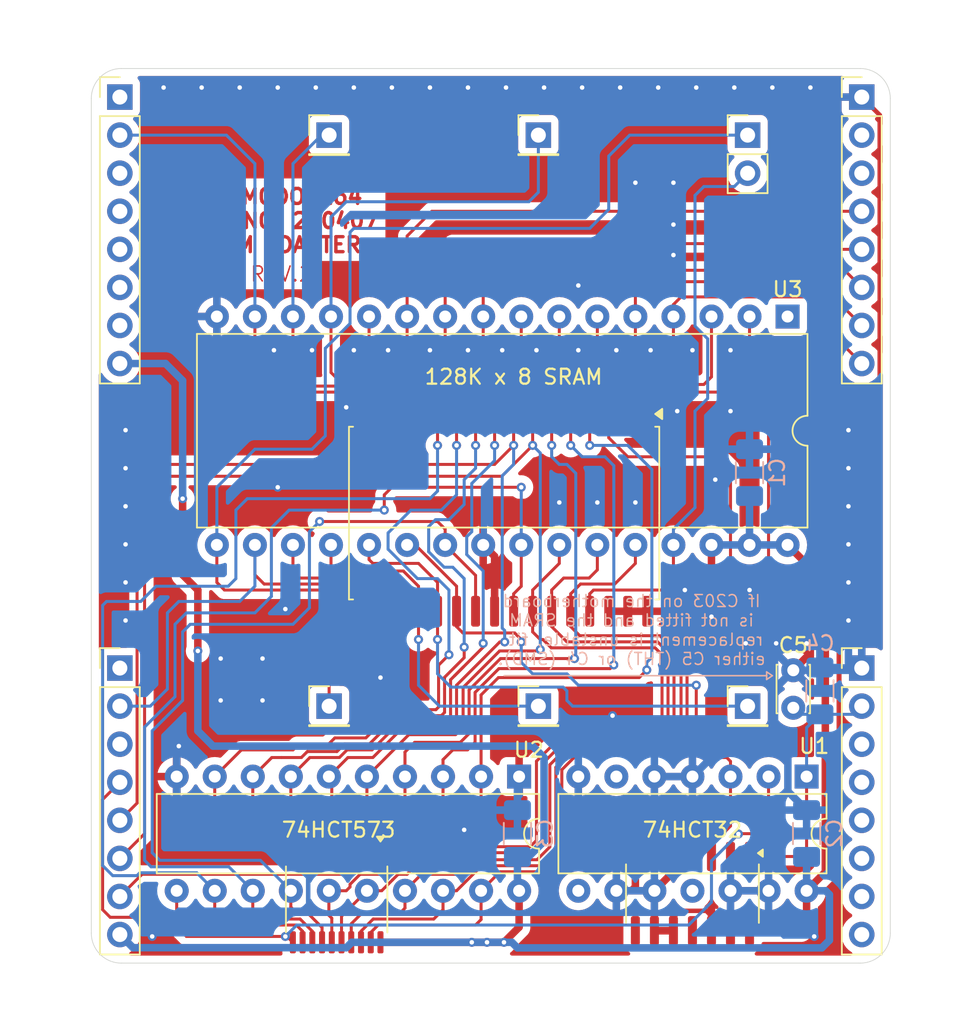
<source format=kicad_pcb>
(kicad_pcb (version 20240108) (generator "pcbnew") (generator_version "8.0")
  (layers (0 "F.Cu" signal) (31 "B.Cu" signal) (34 "B.Paste" user) (35 "F.Paste" user) (36 "B.SilkS" user "B.Silkscreen") (37 "F.SilkS" user "F.Silkscreen") (38 "B.Mask" user) (39 "F.Mask" user) (44 "Edge.Cuts" user))
  (net 0 "")
  (net 1 "VCC")
  (net 2 "GND")
  (net 5 "/D0")
  (net 6 "/~{RAS}")
  (net 9 "/~{W}")
  (net 10 "/MA6")
  (net 12 "/~{CAS}")
  (net 14 "/D4")
  (net 15 "/MA0")
  (net 16 "/MA1")
  (net 18 "/MA2")
  (net 19 "/MA5")
  (net 20 "/MA7")
  (net 21 "/MA4")
  (net 22 "/MA3")
  (net 24 "/D1")
  (net 25 "/D2")
  (net 26 "/D3")
  (net 27 "/D5")
  (net 28 "/D6")
  (net 29 "/D7")
  (net 31 "/~{SRAM_EN}")
  (net 34 "/A6")
  (net 35 "/A0")
  (net 36 "/A2")
  (net 37 "/A1")
  (net 38 "/A4")
  (net 39 "/A7")
  (net 40 "/A3")
  (net 41 "/A5")
  (footprint "Connector_PinHeader_2.54mm:PinHeader_1x02_P2.54mm_Vertical" (layer "F.Cu") (at 79.629 41.275)
    (property "Reference" "J7" (hide yes))
    (property "Value" "T_03")
  )
  (footprint "Connector_PinHeader_2.54mm:PinHeader_1x08_P2.54mm_Vertical" (layer "F.Cu") (at 87.249 38.735)
    (property "Reference" "J2" (hide yes))
    (property "Value" "TR_DRAM")
  )
  (footprint "Connector_PinHeader_2.54mm:PinHeader_1x08_P2.54mm_Vertical" (layer "F.Cu") (at 87.249 76.835)
    (property "Reference" "J4" (hide yes))
    (property "Value" "BR_DRAM")
  )
  (footprint "Connector_PinHeader_2.54mm:PinHeader_1x08_P2.54mm_Vertical" (layer "F.Cu") (at 37.719 38.735)
    (property "Reference" "J1" (hide yes))
    (property "Value" "TL_DRAM")
  )
  (footprint "Connector_PinHeader_2.54mm:PinHeader_1x08_P2.54mm_Vertical" (layer "F.Cu") (at 37.719 76.835)
    (property "Reference" "J3" (hide yes))
    (property "Value" "BL_DRAM")
  )
  (footprint "Connector_PinHeader_2.54mm:PinHeader_1x01_P2.54mm_Vertical" (layer "F.Cu") (at 51.689 79.375)
    (property "Reference" "J8" (hide yes))
    (property "Value" "B_01")
  )
  (footprint "Connector_PinHeader_2.54mm:PinHeader_1x01_P2.54mm_Vertical" (layer "F.Cu") (at 65.659 41.275)
    (property "Reference" "J6" (hide yes))
    (property "Value" "T_02")
  )
  (footprint "Package_SO:TSSOP-20_4.4x6.5mm_P0.65mm" (layer "F.Cu") (at 52.193 92.2705 -90)
    (property "Reference" "U4" (hide yes))
    (property "Value" "74HCT573")
  )
  (footprint "Package_SO:SO-14_3.9x8.65mm_P1.27mm" (layer "F.Cu") (at 75.946 91.883 -90)
    (property "Reference" "U5" (hide yes))
    (property "Value" "74HCT32")
  )
  (footprint "Package_SO:SOP-32_11.305x20.495mm_P1.27mm" (layer "F.Cu") (at 63.373 66.494 -90)
    (property "Reference" "U6" (hide yes))
    (property "Value" "628128_DIP32_SSOP32")
  )
  (footprint "Connector_PinHeader_2.54mm:PinHeader_1x01_P2.54mm_Vertical" (layer "F.Cu") (at 79.629 79.375)
    (property "Reference" "J10" (hide yes))
    (property "Value" "B_03")
  )
  (footprint "Package_DIP:DIP-32_W15.24mm" (layer "F.Cu") (at 82.296 53.378 -90)
    (property "Reference" "U3")
    (property "Value" "128K x 8 SRAM")
  )
  (footprint "Connector_PinHeader_2.54mm:PinHeader_1x01_P2.54mm_Vertical" (layer "F.Cu") (at 51.689 41.275)
    (property "Reference" "J5" (hide yes))
    (property "Value" "T_01")
  )
  (footprint "Connector_PinHeader_2.54mm:PinHeader_1x01_P2.54mm_Vertical" (layer "F.Cu") (at 65.659 79.375)
    (property "Reference" "J9" (hide yes))
    (property "Value" "B_02")
  )
  (footprint "Capacitor_THT:C_Disc_D3.0mm_W2.0mm_P2.50mm" (layer "F.Cu") (at 82.677 79.482 90)
    (property "Reference" "C5")
    (property "Value" "82pF-820pF")
  )
  (footprint "Package_DIP:DIP-20_W7.62mm" (layer "F.Cu") (at 64.374 84.074 -90)
    (property "Reference" "U2")
    (property "Value" "74HCT573")
  )
  (footprint "Package_DIP:DIP-14_W7.62mm" (layer "F.Cu") (at 83.566 84.074 -90)
    (property "Reference" "U1")
    (property "Value" "74HCT32")
  )
  (footprint "Capacitor_SMD:C_1206_3216Metric_Pad1.33x1.80mm_HandSolder" (layer "B.Cu") (at 83.566 87.874 90)
    (property "Reference" "C2")
    (property "Value" "100nF")
  )
  (footprint "Capacitor_SMD:C_1206_3216Metric_Pad1.33x1.80mm_HandSolder" (layer "B.Cu") (at 84.455 78.359 90)
    (property "Reference" "C4")
    (property "Value" "82pF-820pF")
  )
  (footprint "Capacitor_SMD:C_1206_3216Metric_Pad1.33x1.80mm_HandSolder" (layer "B.Cu") (at 64.262 87.874 90)
    (property "Reference" "C3")
    (property "Value" "100nF")
  )
  (footprint "Capacitor_SMD:C_1206_3216Metric_Pad1.33x1.80mm_HandSolder" (layer "B.Cu") (at 79.756 63.7925 90)
    (property "Reference" "C1")
    (property "Value" "100nF")
  )
  (gr_line (start 80.899 77.343) (end 80.899 77.089) (stroke (width 0.1)) (layer "B.SilkS"))
  (gr_line (start 81.28 77.343) (end 80.899 77.597) (stroke (width 0.1)) (layer "B.SilkS"))
  (gr_line (start 80.899 77.089) (end 81.28 77.343) (stroke (width 0.1)) (layer "B.SilkS"))
  (gr_line (start 63.373 77.343) (end 80.899 77.343) (stroke (width 0.1)) (layer "B.SilkS"))
  (gr_line (start 80.899 77.597) (end 80.899 77.343) (stroke (width 0.1)) (layer "B.SilkS"))
  (gr_arc (start 89.154 94.52) (mid 88.568214 95.934214) (end 87.154 96.52) (stroke (width 0.05)) (layer "Edge.Cuts"))
  (gr_line (start 35.814 94.52) (end 35.814 38.83) (stroke (width 0.05)) (layer "Edge.Cuts"))
  (gr_arc (start 37.814 96.52) (mid 36.399786 95.934214) (end 35.814 94.52) (stroke (width 0.05)) (layer "Edge.Cuts"))
  (gr_arc (start 87.154 36.83) (mid 88.568214 37.415786) (end 89.154 38.83) (stroke (width 0.05)) (layer "Edge.Cuts"))
  (gr_line (start 37.814 36.83) (end 87.154 36.83) (stroke (width 0.05)) (layer "Edge.Cuts"))
  (gr_arc (start 35.814 38.83) (mid 36.399786 37.415786) (end 37.814 36.83) (stroke (width 0.05)) (layer "Edge.Cuts"))
  (gr_line (start 87.154 96.52) (end 37.814 96.52) (stroke (width 0.05)) (layer "Edge.Cuts"))
  (gr_line (start 89.154 38.83) (end 89.154 94.52) (stroke (width 0.05)) (layer "Edge.Cuts"))
  (gr_text "REV.2" (at 48.514 50.546 0) (layer "F.Cu") (effects (font (size 1 1) (thickness 0.1))))
  (gr_text "COMMODORE64\nASSY NO. 250407\nSRAM ADAPTER" (at 48.26 46.99 0) (layer "F.Cu") (effects (font (size 1 1) (thickness 0.225))))
  (gr_text "If C203 on the motherboard\nis not fitted and the SRAM\nreplacement is unstable, fit \neither C5 (THT) or C4 (SMD)." (at 71.882 74.295 0) (layer "B.SilkS") (effects (font (size 0.8 0.8) (thickness 0.1)) (justify mirror)))
  (segment (start 64.374 94.122) (end 64.374 91.694) (width 0.5) (layer "F.Cu") (net 1))
  (segment (start 77.216 71.374) (end 77.216 68.618) (width 0.5) (layer "F.Cu") (net 1))
  (segment (start 72.898 73.044) (end 75.546 73.044) (width 0.5) (layer "F.Cu") (net 1))
  (segment (start 41.91 70.612) (end 41.91 65.532) (width 0.5) (layer "F.Cu") (net 1))
  (segment (start 79.756 94.915684) (end 79.756 94.358) (width 0.5) (layer "F.Cu") (net 1))
  (segment (start 84.816 71.138) (end 84.816 90.444) (width 0.5) (layer "F.Cu") (net 1))
  (segment (start 82.296 68.618) (end 84.816 71.138) (width 0.5) (layer "F.Cu") (net 1))
  (segment (start 84.816 90.444) (end 83.566 91.694) (width 0.5) (layer "F.Cu") (net 1))
  (segment (start 75.546 73.044) (end 77.216 71.374) (width 0.5) (layer "F.Cu") (net 1))
  (segment (start 83.188 94.358) (end 83.566 93.98) (width 0.5) (layer "F.Cu") (net 1))
  (segment (start 55.118 95.133) (end 63.363 95.133) (width 0.5) (layer "F.Cu") (net 1))
  (segment (start 72.898 73.044) (end 70.358 73.044) (width 0.5) (layer "F.Cu") (net 1))
  (segment (start 79.756 94.358) (end 83.188 94.358) (width 0.5) (layer "F.Cu") (net 1))
  (segment (start 83.566 93.98) (end 83.566 91.694) (width 0.5) (layer "F.Cu") (net 1))
  (segment (start 42.926 71.628) (end 41.91 70.612) (width 0.5) (layer "F.Cu") (net 1))
  (segment (start 63.363 95.133) (end 64.374 94.122) (width 0.5) (layer "F.Cu") (net 1))
  (segment (start 42.926 75.692) (end 42.926 71.628) (width 0.5) (layer "F.Cu") (net 1))
  (via (at 62.23 95.133) (size 0.6) (drill 0.3) (layers "F.Cu" "B.Cu") (net 1))
  (via (at 61.214 95.133) (size 0.6) (drill 0.3) (layers "F.Cu" "B.Cu") (net 1))
  (via (at 42.926 75.692) (size 0.6) (drill 0.3) (layers "F.Cu" "B.Cu") (net 1))
  (via (at 63.363 95.133) (size 0.6) (drill 0.3) (layers "F.Cu" "B.Cu") (net 1))
  (via (at 41.91 65.532) (size 0.6) (drill 0.3) (layers "F.Cu" "B.Cu") (net 1))
  (segment (start 64.262 89.4365) (end 64.262 91.582) (width 0.5) (layer "B.Cu") (net 1))
  (segment (start 79.756 68.618) (end 79.756 65.355) (width 0.5) (layer "B.Cu") (net 1))
  (segment (start 43.942 82.042) (end 42.926 81.026) (width 0.5) (layer "B.Cu") (net 1))
  (segment (start 52.844 95.492) (end 53.203 95.133) (width 0.5) (layer "B.Cu") (net 1))
  (segment (start 38.596 95.492) (end 52.844 95.492) (width 0.5) (layer "B.Cu") (net 1))
  (segment (start 64.262 95.504) (end 84.582 95.504) (width 0.5) (layer "B.Cu") (net 1))
  (segment (start 41.91 57.658) (end 40.767 56.515) (width 0.5) (layer "B.Cu") (net 1))
  (segment (start 41.91 65.532) (end 41.91 57.658) (width 0.5) (layer "B.Cu") (net 1))
  (segment (start 64.9955 89.4365) (end 66.04 88.392) (width 0.5) (layer "B.Cu") (net 1))
  (segment (start 66.04 82.804) (end 65.278 82.042) (width 0.5) (layer "B.Cu") (net 1))
  (segment (start 42.926 81.026) (end 42.926 75.692) (width 0.5) (layer "B.Cu") (net 1))
  (segment (start 65.278 82.042) (end 43.942 82.042) (width 0.5) (layer "B.Cu") (net 1))
  (segment (start 64.262 91.582) (end 64.374 91.694) (width 0.5) (layer "B.Cu") (net 1))
  (segment (start 84.836 91.694) (end 83.566 91.694) (width 0.5) (layer "B.Cu") (net 1))
  (segment (start 63.891 95.133) (end 64.262 95.504) (width 0.5) (layer "B.Cu") (net 1))
  (segment (start 40.767 56.515) (end 37.719 56.515) (width 0.5) (layer "B.Cu") (net 1))
  (segment (start 77.216 68.618) (end 82.296 68.618) (width 0.5) (layer "B.Cu") (net 1))
  (segment (start 85.09 94.996) (end 85.09 91.948) (width 0.5) (layer "B.Cu") (net 1))
  (segment (start 85.09 91.948) (end 84.836 91.694) (width 0.5) (layer "B.Cu") (net 1))
  (segment (start 84.582 95.504) (end 85.09 94.996) (width 0.5) (layer "B.Cu") (net 1))
  (segment (start 66.04 88.392) (end 66.04 82.804) (width 0.5) (layer "B.Cu") (net 1))
  (segment (start 83.566 89.4365) (end 83.566 91.694) (width 0.5) (layer "B.Cu") (net 1))
  (segment (start 64.262 89.4365) (end 64.9955 89.4365) (width 0.5) (layer "B.Cu") (net 1))
  (segment (start 53.203 95.133) (end 63.363 95.133) (width 0.5) (layer "B.Cu") (net 1))
  (segment (start 63.363 95.133) (end 63.891 95.133) (width 0.5) (layer "B.Cu") (net 1))
  (segment (start 37.719 94.615) (end 38.596 95.492) (width 0.5) (layer "B.Cu") (net 1))
  (segment (start 68.326 88.646) (end 68.326 84.074) (width 0.5) (layer "F.Cu") (net 2))
  (segment (start 44.45 79.248) (end 44.45 78.994) (width 0.5) (layer "F.Cu") (net 2))
  (segment (start 73.406 94.358) (end 74.676 94.358) (width 0.5) (layer "F.Cu") (net 2))
  (segment (start 85.725 38.735) (end 87.249 38.735) (width 0.5) (layer "F.Cu") (net 2))
  (segment (start 67.056 65.786) (end 69.596 65.786) (width 0.5) (layer "F.Cu") (net 2))
  (segment (start 47.244 76.2) (end 47.244 78.994) (width 0.3) (layer "F.Cu") (net 2))
  (segment (start 38.1 60.96) (end 39.624 59.436) (width 0.5) (layer "F.Cu") (net 2))
  (segment (start 62.738 69.38) (end 61.976 68.618) (width 0.5) (layer "F.Cu") (net 2))
  (segment (start 74.422 38.1) (end 83.566 38.1) (width 0.5) (layer "F.Cu") (net 2))
  (segment (start 46.99 59.436) (end 53.34 59.436) (width 0.5) (layer "F.Cu") (net 2))
  (segment (start 55.118 89.408) (end 55.118 88.661818) (width 0.5) (layer "F.Cu") (net 2))
  (segment (start 41.514 84.074) (end 41.514 82.184) (width 0.5) (layer "F.Cu") (net 2))
  (segment (start 44.196 57.404) (end 46.228 59.436) (width 0.5) (layer "F.Cu") (net 2))
  (segment (start 77.216 94.358) (end 78.486 94.358) (width 0.5) (layer "F.Cu") (net 2))
  (segment (start 72.136 89.408) (end 69.088 89.408) (width 0.5) (layer "F.Cu") (net 2))
  (segment (start 69.596 65.786) (end 72.136 65.786) (width 0.5) (layer "F.Cu") (net 2))
  (segment (start 86.36 60.96) (end 88.449 58.871) (width 0.3) (layer "F.Cu") (net 2))
  (segment (start 49.014 89.154) (end 41.656 89.154) (width 0.5) (layer "F.Cu") (net 2))
  (segment (start 77.216 94.358) (end 77.216 93.383001) (width 0.3) (layer "F.Cu") (net 2))
  (segment (start 61.976 66.802) (end 62.484 66.294) (width 0.5) (layer "F.Cu") (net 2))
  (segment (start 74.676 90.424) (end 73.406 91.694) (width 0.5) (layer "F.Cu") (net 2))
  (segment (start 76.865999 93.033) (end 75.115 93.033) (width 0.3) (layer "F.Cu") (net 2))
  (segment (start 63.5 65.786) (end 67.056 65.786) (width 0.5) (layer "F.Cu") (net 2))
  (segment (start 72.136 89.408) (end 72.136 91.44) (width 0.5) (layer "F.Cu") (net 2))
  (segment (start 40.64 58.42) (end 39.624 59.436) (width 0.5) (layer "F.Cu") (net 2))
  (segment (start 72.136 44.45) (end 74.676 44.45) (width 0.3) (layer "F.Cu") (net 2))
  (segment (start 48.768 75.946) (end 48.514 76.2) (width 0.3) (layer "F.Cu") (net 2))
  (segment (start 48.514 76.2) (end 47.244 76.2) (width 0.3) (layer "F.Cu") (net 2))
  (segment (start 83.566 38.1) (end 85.09 38.1) (width 0.5) (layer "F.Cu") (net 2))
  (segment (start 72.136 65.786) (end 77.216 65.786) (width 0.5) (layer "F.Cu") (net 2))
  (segment (start 77.216 93.383001) (end 76.865999 93.033) (width 0.3) (layer "F.Cu") (net 2))
  (segment (start 41.656 89.154) (end 41.514 89.012) (width 0.5) (layer "F.Cu") (net 2))
  (segment (start 78.486 59.69) (end 74.93 59.69) (width 0.3) (layer "F.Cu") (net 2))
  (segment (start 69.088 89.408) (end 68.326 88.646) (width 0.5) (layer "F.Cu") (net 2))
  (segment (start 78.486 91.694) (end 81.026 91.694) (width 0.5) (layer "F.Cu") (net 2))
  (segment (start 38.1 73.66) (end 38.1 60.96) (width 0.5) (layer "F.Cu") (net 2))
  (segment (start 41.514 89.012) (end 41.514 84.074) (width 0.5) (layer "F.Cu") (net 2))
  (segment (start 72.136 91.44) (end 71.882 91.694) (width 0.5) (layer "F.Cu") (net 2))
  (segment (start 88.449 39.935) (end 87.249 38.735) (width 0.3) (layer "F.Cu") (net 2))
  (segment (start 75.115 93.033) (end 74.676 93.472) (width 0.3) (layer "F.Cu") (net 2))
  (segment (start 77.216 65.786) (end 77.47 65.532) (width 0.5) (layer "F.Cu") (net 2))
  (segment (start 73.406 91.694) (end 71.882 91.694) (width 0.5) (layer "F.Cu") (net 2))
  (segment (start 40.64 38.1) (end 40.64 58.42) (width 0.5) (layer "F.Cu") (net 2))
  (segment (start 49.268 89.408) (end 49.014 89.154) (width 0.5) (layer "F.Cu") (net 2))
  (segment (start 41.514 82.184) (end 41.656 82.042) (width 0.5) (layer "F.Cu") (net 2))
  (segment (start 46.228 59.436) (end 46.99 59.436) (width 0.5) (layer "F.Cu") (net 2))
  (segment (start 39.624 59.436) (end 46.99 59.436) (width 0.5) (layer "F.Cu") (net 2))
  (segment (start 64.374 85.755818) (end 64.374 84.074) (width 0.5) (layer "F.Cu") (net 2))
  (segment (start 83.566 38.1) (end 83.82 38.1) (width 0.5) (layer "F.Cu") (net 2))
  (segment (start 74.676 93.472) (end 74.676 94.358) (width 0.3) (layer "F.Cu") (net 2))
  (segment (start 44.196 53.378) (end 44.196 57.404) (width 0.5) (layer "F.Cu") (net 2))
  (segment (start 74.676 44.45) (end 74.676 38.354) (width 0.3) (layer "F.Cu") (net 2))
  (segment (start 61.976 68.618) (end 61.976 66.802) (width 0.5) (layer "F.Cu") (net 2))
  (segment (start 62.484 66.294) (end 62.992 66.294) (width 0.5) (layer "F.Cu") (net 2))
  (segment (start 44.45 76.2) (end 47.244 76.2) (width 0.3) (layer "F.Cu") (net 2))
  (segment (start 40.64 38.1) (end 74.422 38.1) (width 0.5) (layer "F.Cu") (net 2))
  (segment (start 74.676 38.354) (end 74.422 38.1) (width 0.3) (layer "F.Cu") (net 2))
  (segment (start 74.676 89.408) (end 74.676 90.424) (width 0.5) (layer "F.Cu") (net 2))
  (segment (start 75.946 89.408) (end 74.676 89.408) (width 0.5) (layer "F.Cu") (net 2))
  (segment (start 77.47 65.532) (end 77.47 64.262) (width 0.5) (layer "F.Cu") (net 2))
  (segment (start 53.34 59.436) (end 53.848 59.944) (width 0.5) (layer "F.Cu") (net 2))
  (segment (start 75.946 84.074) (end 73.406 84.074) (width 0.5) (layer "F.Cu") (net 2))
  (segment (start 78.486 94.358) (end 78.486 91.694) (width 0.5) (layer "F.Cu") (net 2))
  (segment (start 85.09 38.1) (end 85.725 38.735) (width 0.5) (layer "F.Cu") (net 2))
  (segment (start 41.656 82.042) (end 44.45 79.248) (width 0.5) (layer "F.Cu") (net 2))
  (segment (start 48.768 72.898) (end 48.768 75.946) (width 0.3) (layer "F.Cu") (net 2))
  (segment (start 55.118 88.661818) (end 56.141909 87.637909) (width 0.5) (layer "F.Cu") (net 2))
  (segment (start 47.244 78.994) (end 44.45 78.994) (width 0.3) (layer "F.Cu") (net 2))
  (segment (start 71.882 91.694) (end 70.866 91.694) (width 0.5) (layer "F.Cu") (net 2))
  (segment (start 62.491909 87.637909) (end 64.374 85.755818) (width 0.5) (layer "F.Cu") (net 2))
  (segment (start 62.738 73.044) (end 62.738 69.38) (width 0.5) (layer "F.Cu") (net 2))
  (segment (start 88.449 58.871) (end 88.449 39.935) (width 0.3) (layer "F.Cu") (net 2))
  (segment (start 75.946 89.408) (end 75.946 84.074) (width 0.5) (layer "F.Cu") (net 2))
  (segment (start 56.141909 87.637909) (end 62.491909 87.637909) (width 0.5) (layer "F.Cu") (net 2))
  (segment (start 62.992 66.294) (end 63.5 65.786) (width 0.5) (layer "F.Cu") (net 2))
  (segment (start 73.406 94.358) (end 73.406 91.694) (width 0.5) (layer "F.Cu") (net 2))
  (via (at 86.36 60.96) (size 0.6) (drill 0.3) (layers "F.Cu" "B.Cu") (net 2))
  (via (at 74.676 44.45) (size 0.6) (drill 0.3) (layers "F.Cu" "B.Cu") (net 2))
  (via (at 48.26 64.77) (size 0.6) (drill 0.3) (layers "F.Cu" "B.Cu") (net 2))
  (via (at 71.12 38.1) (size 0.6) (drill 0.3) (layers "F.Cu" "B.Cu") (net 2))
  (via (at 83.82 38.1) (size 0.6) (drill 0.3) (layers "F.Cu" "B.Cu") (net 2))
  (via (at 75.946 55.626) (size 0.6) (drill 0.3) (layers "F.Cu" "B.Cu") (net 2))
  (via (at 55.626 55.626) (size 0.6) (drill 0.3) (layers "F.Cu" "B.Cu") (net 2))
  (via (at 68.58 38.1) (size 0.6) (drill 0.3) (layers "F.Cu" "B.Cu") (net 2))
  (via (at 44.45 76.2) (size 0.6) (drill 0.3) (layers "F.Cu" "B.Cu") (net 2))
  (via (at 86.36 66.04) (size 0.6) (drill 0.3) (layers "F.Cu" "B.Cu") (net 2))
  (via (at 55.118 77.47) (size 0.6) (drill 0.3) (layers "F.Cu" "B.Cu") (net 2))
  (via (at 86.36 71.12) (size 0.6) (drill 0.3) (layers "F.Cu" "B.Cu") (net 2))
  (via (at 47.244 78.994) (size 0.6) (drill 0.3) (layers "F.Cu" "B.Cu") (net 2))
  (via (at 50.546 55.626) (size 0.6) (drill 0.3) (layers "F.Cu" "B.Cu") (net 2))
  (via (at 68.326 51.308) (size 0.6) (drill 0.3) (layers "F.Cu" "B.Cu") (net 2))
  (via (at 74.676 49.276) (size 0.6) (drill 0.3) (layers "F.Cu" "B.Cu") (net 2))
  (via (at 55.88 38.1) (size 0.6) (drill 0.3) (layers "F.Cu" "B.Cu") (net 2))
  (via (at 40.64 38.1) (size 0.6) (drill 0.3) (layers "F.Cu" "B.Cu") (net 2))
  (via (at 78.486 59.69) (size 0.6) (drill 0.3) (layers "F.Cu" "B.Cu") (net 2))
  (via (at 86.36 73.66) (size 0.6) (drill 0.3) (layers "F.Cu" "B.Cu") (net 2))
  (via (at 53.34 38.1) (size 0.6) (drill 0.3) (layers "F.Cu" "B.Cu") (net 2))
  (via (at 60.96 55.626) (size 0.6) (drill 0.3) (layers "F.Cu" "B.Cu") (net 2))
  (via (at 44.45 78.994) (size 0.6) (drill 0.3) (layers "F.Cu" "B.Cu") (net 2))
  (via (at 83.566 75.184) (size 0.6) (drill 0.3) (layers "F.Cu" "B.Cu") (net 2))
  (via (at 68.326 55.626) (size 0.6) (drill 0.3) (layers "F.Cu" "B.Cu") (net 2))
  (via (at 81.28 38.1) (size 0.6) (drill 0.3) (layers "F.Cu" "B.Cu") (net 2))
  (via (at 86.36 63.5) (size 0.6) (drill 0.3) (layers "F.Cu" "B.Cu") (net 2))
  (via (at 70.612 80.01) (size 0.6) (drill 0.3) (layers "F.Cu" "B.Cu") (net 2))
  (via (at 65.532 55.626) (size 0.6) (drill 0.3) (layers "F.Cu" "B.Cu") (net 2))
  (via (at 50.8 38.1) (size 0.6) (drill 0.3) (layers "F.Cu" "B.Cu") (net 2))
  (via (at 41.656 82.042) (size 0.6) (drill 0.3) (layers "F.Cu" "B.Cu") (net 2))
  (via (at 69.596 65.786) (size 0.6) (drill 0.3) (layers "F.Cu" "B.Cu") (net 2))
  (via (at 58.42 55.626) (size 0.6) (drill 0.3) (layers "F.Cu" "B.Cu") (net 2))
  (via (at 48.768 72.898) (size 0.6) (drill 0.3) (layers "F.Cu" "B.Cu") (net 2))
  (via (at 66.04 38.1) (size 0.6) (drill 0.3) (layers "F.Cu" "B.Cu") (net 2))
  (via (at 38.1 63.5) (size 0.6) (drill 0.3) (layers "F.Cu" "B.Cu") (net 2))
  (via (at 58.42 38.1) (size 0.6) (drill 0.3) (layers "F.Cu" "B.Cu") (net 2))
  (via (at 47.244 76.2) (size 0.6) (drill 0.3) (layers "F.Cu" "B.Cu") (net 2))
  (via (at 74.676 47.244) (size 0.6) (drill 0.3) (layers "F.Cu" "B.Cu") (net 2))
  (via (at 63.5 38.1) (size 0.6) (drill 0.3) (layers "F.Cu" "B.Cu") (net 2))
  (via (at 67.056 65.786) (size 0.6) (drill 0.3) (layers "F.Cu" "B.Cu") (net 2))
  (via (at 60.706 87.63) (size 0.6) (drill 0.3) (layers "F.Cu" "B.Cu") (net 2))
  (via (at 86.36 68.58) (size 0.6) (drill 0.3) (layers "F.Cu" "B.Cu") (net 2))
  (via (at 39.878 94.742) (size 0.6) (drill 0.3) (layers "F.Cu" "B.Cu") (net 2))
  (via (at 75.438 71.628) (size 0.6) (drill 0.3) (layers "F.Cu" "B.Cu") (net 2))
  (via (at 48.26 38.1) (size 0.6) (drill 0.3) (layers "F.Cu" "B.Cu") (net 2))
  (via (at 52.832 59.436) (size 0.6) (drill 0.3) (layers "F.Cu" "B.Cu") (net 2))
  (via (at 74.93 59.69) (size 0.6) (drill 0.3) (layers "F.Cu" "B.Cu") (net 2))
  (via (at 45.72 38.1) (size 0.6) (drill 0.3) (layers "F.Cu" "B.Cu") (net 2))
  (via (at 78.74 38.1) (size 0.6) (drill 0.3) (layers "F.Cu" "B.Cu") (net 2))
  (via (at 60.96 38.1) (size 0.6) (drill 0.3) (layers "F.Cu" "B.Cu") (net 2))
  (via (at 43.18 38.1) (size 0.6) (drill 0.3) (layers "F.Cu" "B.Cu") (net 2))
  (via (at 63.246 55.626) (size 0.6) (drill 0.3) (layers "F.Cu" "B.Cu") (net 2))
  (via (at 72.136 44.45) (size 0.6) (drill 0.3) (layers "F.Cu" "B.Cu") (net 2))
  (via (at 73.152 55.626) (size 0.6) (drill 0.3) (layers "F.Cu" "B.Cu") (net 2))
  (via (at 48.006 55.626) (size 0.6) (drill 0.3) (layers "F.Cu" "B.Cu") (net 2))
  (via (at 70.866 55.626) (size 0.6) (drill 0.3) (layers "F.Cu" "B.Cu") (net 2))
  (via (at 38.1 71.12) (size 0.6) (drill 0.3) (layers "F.Cu" "B.Cu") (net 2))
  (via (at 72.136 65.786) (size 0.6) (drill 0.3) (layers "F.Cu" "B.Cu") (net 2))
  (via (at 78.486 55.626) (size 0.6) (drill 0.3) (layers "F.Cu" "B.Cu") (net 2))
  (via (at 53.34 55.626) (size 0.6) (drill 0.3) (layers "F.Cu" "B.Cu") (net 2))
  (via (at 73.66 38.1) (size 0.6) (drill 0.3) (layers "F.Cu" "B.Cu") (net 2))
  (via (at 38.1 60.96) (size 0.6) (drill 0.3) (layers "F.Cu" "B.Cu") (net 2))
  (via (at 81.534 75.184) (size 0.6) (drill 0.3) (layers "F.Cu" "B.Cu") (net 2))
  (via (at 38.1 73.66) (size 0.6) (drill 0.3) (layers "F.Cu" "B.Cu") (net 2))
  (via (at 38.1 66.04) (size 0.6) (drill 0.3) (layers "F.Cu" "B.Cu") (net 2))
  (via (at 79.502 75.184) (size 0.6) (drill 0.3) (layers "F.Cu" "B.Cu") (net 2))
  (via (at 76.2 38.1) (size 0.6) (drill 0.3) (layers "F.Cu" "B.Cu") (net 2))
  (via (at 79.756 71.628) (size 0.6) (drill 0.3) (layers "F.Cu" "B.Cu") (net 2))
  (via (at 77.47 64.262) (size 0.6) (drill 0.3) (layers "F.Cu" "B.Cu") (net 2))
  (via (at 77.216 73.406) (size 0.6) (drill 0.3) (layers "F.Cu" "B.Cu") (net 2))
  (via (at 84.074 94.742) (size 0.6) (drill 0.3) (layers "F.Cu" "B.Cu") (net 2))
  (via (at 38.1 68.58) (size 0.6) (drill 0.3) (layers "F.Cu" "B.Cu") (net 2))
  (segment (start 77.216 71.628) (end 79.756 71.628) (width 0.3) (layer "B.Cu") (net 2))
  (segment (start 79.756 62.23) (end 86.36 62.23) (width 0.5) (layer "B.Cu") (net 2))
  (segment (start 71.374 80.772) (end 72.644 80.772) (width 0.3) (layer "B.Cu") (net 2))
  (segment (start 77.216 73.406) (end 77.216 71.628) (width 0.3) (layer "B.Cu") (net 2))
  (segment (start 79.756 71.628) (end 86.106 71.628) (width 0.3) (layer "B.Cu") (net 2))
  (segment (start 86.106 75.184) (end 86.36 75.438) (width 0.3) (layer "B.Cu") (net 2))
  (segment (start 61.214 87.63) (end 60.706 87.63) (width 0.5) (layer "B.Cu") (net 2))
  (segment (start 69.342 49.276) (end 68.326 50.292) (width 0.3) (layer "B.Cu") (net 2))
  (segment (start 74.676 44.45) (end 74.676 49.276) (width 0.3) (layer "B.Cu") (net 2))
  (segment (start 54.61 76.2) (end 55.118 76.708) (width 0.3) (layer "B.Cu") (net 2))
  (segment (start 81.534 82.296) (end 77.724 82.296) (width 0.5) (layer "B.Cu") (net 2))
  (segment (start 81.427 80.919) (end 81.427 78.232) (width 0.5) (layer "B.Cu") (net 2))
  (segment (start 82.042 81.534) (end 82.042 81.788) (width 0.5) (layer "B.Cu") (net 2))
  (segment (start 62.5325 86.3115) (end 61.214 87.63) (width 0.5) (layer "B.Cu") (net 2))
  (segment (start 68.326 50.292) (end 68.326 51.308) (width 0.3) (layer "B.Cu") (net 2))
  (segment (start 87.102 76.982) (end 87.249 76.835) (width 0.5) (layer "B.Cu") (net 2))
  (segment (start 64.262 86.3115) (end 62.5325 86.3115) (width 0.5) (layer "B.Cu") (net 2))
  (segment (start 50.038 92.964) (end 50.292 92.71) (width 0.3) (layer "B.Cu") (net 2))
  (segment (start 41.514 86.614) (end 41.514 84.074) (width 0.5) (layer "B.Cu") (net 2))
  (segment (start 60.706 87.63) (end 50.292 87.63) (width 0.5) (layer "B.Cu") (net 2))
  (segment (start 64.262 86.3115) (end 64.262 84.186) (width 0.5) (layer "B.Cu") (net 2))
  (segment (start 78.486 55.626) (end 78.486 59.69) (width 0.3) (layer "B.Cu") (net 2))
  (segment (start 86.36 75.438) (end 86.36 73.66) (width 0.5) (layer "B.Cu") (net 2))
  (segment (start 81.427 75.291) (end 81.534 75.184) (width 0.5) (layer "B.Cu") (net 2))
  (segment (start 47.244 76.2) (end 54.61 76.2) (width 0.3) (layer "B.Cu") (net 2))
  (segment (start 81.026 93.726) (end 81.026 91.694) (width 0.3) (layer "B.Cu") (net 2))
  (segment (start 44.196 55.372) (end 44.196 53.378) (width 0.3) (layer "B.Cu") (net 2))
  (segment (start 81.427 78.232) (end 81.427 75.291) (width 0.5) (layer "B.Cu") (net 2))
  (segment (start 75.438 71.628) (end 77.216 71.628) (width 0.3) (layer "B.Cu") (net 2))
  (segment (start 85.598 59.69) (end 86.36 60.452) (width 0.3) (layer "B.Cu") (net 2))
  (segment (start 82.042 94.742) (end 81.026 93.726) (width 0.3) (layer "B.Cu") (net 2))
  (segment (start 86.36 76.835) (end 86.36 75.438) (width 0.5) (layer "B.Cu") (net 2))
  (segment (start 50.292 87.63) (end 42.53 87.63) (width 0.5) (layer "B.Cu") (net 2))
  (segment (start 52.832 59.436) (end 52.832 63.754) (width 0.3) (layer "B.Cu") (net 2))
  (segment (start 82.042 81.788) (end 81.534 82.296) (width 0.5) (layer "B.Cu") (net 2))
  (segment (start 74.93 56.388) (end 75.692 55.626) (width 0.3) (layer "B.Cu") (net 2))
  (segment (start 50.292 92.71) (end 50.292 87.63) (width 0.3) (layer "B.Cu") (net 2))
  (segment (start 53.34 55.626) (end 75.692 55.626) (width 0.3) (layer "B.Cu") (net 2))
  (segment (start 77.724 82.296) (end 75.946 84.074) (width 0.5) (layer "B.Cu") (net 2))
  (segment (start 86.36 62.23) (end 86.36 60.96) (width 0.5) (layer "B.Cu") (net 2))
  (segment (start 73.406 84.074) (end 73.406 81.534) (width 0.3) (layer "B.Cu") (net 2))
  (segment (start 48.006 55.626) (end 44.45 55.626) (width 0.3) (layer "B.Cu") (net 2))
  (segment (start 84.074 94.742) (end 82.042 94.742) (width 0.3) (layer "B.Cu") (net 2))
  (segment (start 48.26 64.77) (end 51.816 64.77) (width 0.3) (layer "B.Cu") (net 2))
  (segment (start 86.36 60.452) (end 86.36 60.96) (width 0.3) (layer "B.Cu") (net 2))
  (segment (start 86.36 71.374) (end 86.36 62.23) (width 0.5) (layer "B.Cu") (net 2))
  (segment (start 78.486 59.69) (end 85.598 59.69) (width 0.3) (layer "B.Cu") (net 2))
  (segment (start 39.878 94.742) (end 41.656 92.964) (width 0.3) (layer "B.Cu") (net 2))
  (segment (start 81.427 78.232) (end 82.677 76.982) (width 0.5) (layer "B.Cu") (net 2))
  (segment (start 50.546 55.626) (end 48.006 55.626) (width 0.3) (layer "B.Cu") (net 2))
  (segment (start 79.502 75.184) (end 86.106 75.184) (width 0.3) (layer "B.Cu") (net 2))
  (segment (start 86.106 71.628) (end 86.36 71.374) (width 0.3) (layer "B.Cu") (net 2))
  (segment (start 74.676 49.276) (end 69.342 49.276) (width 0.3) (layer "B.Cu") (net 2))
  (segment (start 74.93 59.69) (end 74.93 56.388) (width 0.3) (layer "B.Cu") (net 2))
  (segment (start 41.656 92.964) (end 50.038 92.964) (width 0.3) (layer "B.Cu") (net 2))
  (segment (start 77.47 64.262) (end 77.47 62.992) (width 0.5) (layer "B.Cu") (net 2))
  (segment (start 52.832 63.754) (end 51.816 64.77) (width 0.3) (layer "B.Cu") (net 2))
  (segment (start 82.316 85.0615) (end 82.316 81.808) (width 0.5) (layer "B.Cu") (net 2))
  (segment (start 82.677 76.982) (end 87.102 76.982) (width 0.5) (layer "B.Cu") (net 2))
  (segment (start 77.47 62.992) (end 78.232 62.23) (width 0.5) (layer "B.Cu") (net 2))
  (segment (start 83.566 86.3115) (end 82.316 85.0615) (width 0.5) (layer "B.Cu") (net 2))
  (segment (start 87.249 76.835) (end 86.36 76.835) (width 0.5) (layer "B.Cu") (net 2))
  (segment (start 64.262 84.186) (end 64.374 84.074) (width 0.5) (layer "B.Cu") (net 2))
  (segment (start 78.232 62.23) (end 79.756 62.23) (width 0.5) (layer "B.Cu") (net 2))
  (segment (start 75.692 55.626) (end 75.946 55.626) (width 0.3) (layer "B.Cu") (net 2))
  (segment (start 73.406 81.534) (end 72.644 80.772) (width 0.3) (layer "B.Cu") (net 2))
  (segment (start 82.316 81.808) (end 82.042 81.534) (width 0.5) (layer "B.Cu") (net 2))
  (segment (start 42.53 87.63) (end 41.514 86.614) (width 0.5) (layer "B.Cu") (net 2))
  (segment (start 82.042 81.534) (end 81.427 80.919) (width 0.5) (layer "B.Cu") (net 2))
  (segment (start 86.36 73.66) (end 86.36 71.374) (width 0.5) (layer "B.Cu") (net 2))
  (segment (start 55.118 76.708) (end 55.118 77.47) (width 0.3) (layer "B.Cu") (net 2))
  (segment (start 44.45 55.626) (end 44.196 55.372) (width 0.3) (layer "B.Cu") (net 2))
  (segment (start 70.612 80.01) (end 71.374 80.772) (width 0.3) (layer "B.Cu") (net 2))
  (segment (start 51.816 57.112) (end 51.816 53.378) (width 0.2) (layer "F.Cu") (net 5))
  (segment (start 57.658 58.42) (end 56.858 57.62) (width 0.2) (layer "F.Cu") (net 5))
  (segment (start 56.858 57.62) (end 52.324 57.62) (width 0.2) (layer "F.Cu") (net 5))
  (segment (start 52.324 57.62) (end 51.816 57.112) (width 0.2) (layer "F.Cu") (net 5))
  (segment (start 57.658 59.944) (end 57.658 58.42) (width 0.2) (layer "F.Cu") (net 5))
  (segment (start 51.816 46.736) (end 52.832 45.72) (width 0.2) (layer "B.Cu") (net 5))
  (segment (start 52.832 45.72) (end 65.024 45.72) (width 0.2) (layer "B.Cu") (net 5))
  (segment (start 51.816 53.378) (end 51.816 46.736) (width 0.2) (layer "B.Cu") (net 5))
  (segment (start 65.659 45.085) (end 65.659 41.275) (width 0.2) (layer "B.Cu") (net 5))
  (segment (start 65.024 45.72) (end 65.659 45.085) (width 0.2) (layer "B.Cu") (net 5))
  (segment (start 79.0145 87.904501) (end 79.014501 87.904501) (width 0.2) (layer "F.Cu") (net 6))
  (segment (start 78.486 89.408) (end 78.486 88.433001) (width 0.2) (layer "F.Cu") (net 6))
  (segment (start 48.877 94.742) (end 48.768 94.742) (width 0.2) (layer "F.Cu") (net 6))
  (segment (start 79.014501 87.904501) (end 79.014501 87.9045) (width 0.2) (layer "F.Cu") (net 6))
  (segment (start 41.514 93.472) (end 41.514 94.092) (width 0.2) (layer "F.Cu") (net 6))
  (segment (start 36.569 92.957) (end 37.077 93.465) (width 0.2) (layer "F.Cu") (net 6))
  (segment (start 41.507 93.465) (end 41.514 93.472) (width 0.2) (layer "F.Cu") (net 6))
  (segment (start 79.014501 87.9045) (end 79.035001 87.884) (width 0.2) (layer "F.Cu") (net 6))
  (segment (start 79.035001 87.884) (end 80.518 87.884) (width 0.2) (layer "F.Cu") (net 6))
  (segment (start 41.514 94.092) (end 42.164 94.742) (width 0.2) (layer "F.Cu") (net 6))
  (segment (start 81.026 87.376) (end 81.026 84.074) (width 0.2) (layer "F.Cu") (net 6))
  (segment (start 78.486 88.433001) (end 79.0145 87.904501) (width 0.2) (layer "F.Cu") (net 6))
  (segment (start 49.268 95.133) (end 48.877 94.742) (width 0.2) (layer "F.Cu") (net 6))
  (segment (start 41.514 93.472) (end 41.514 91.694) (width 0.2) (layer "F.Cu") (net 6))
  (segment (start 37.077 93.465) (end 41.507 93.465) (width 0.2) (layer "F.Cu") (net 6))
  (segment (start 37.719 84.455) (end 36.569 85.605) (width 0.2) (layer "F.Cu") (net 6))
  (segment (start 80.518 87.884) (end 81.026 87.376) (width 0.2) (layer "F.Cu") (net 6))
  (segment (start 42.164 94.742) (end 48.768 94.742) (width 0.2) (layer "F.Cu") (net 6))
  (segment (start 36.569 85.605) (end 36.569 92.957) (width 0.2) (layer "F.Cu") (net 6))
  (via (at 48.768 94.742) (size 0.6) (drill 0.3) (layers "F.Cu" "B.Cu") (net 6))
  (via (at 79.014501 87.904501) (size 0.6) (drill 0.3) (layers "F.Cu" "B.Cu") (net 6))
  (segment (start 77.216 89.703002) (end 77.216 92.456) (width 0.2) (layer "B.Cu") (net 6))
  (segment (start 79.014501 87.904501) (end 77.216 89.703002) (width 0.2) (layer "B.Cu") (net 6))
  (segment (start 49.53 93.98) (end 48.768 94.742) (width 0.2) (layer "B.Cu") (net 6))
  (segment (start 75.692 93.98) (end 49.53 93.98) (width 0.2) (layer "B.Cu") (net 6))
  (segment (start 77.216 92.456) (end 75.692 93.98) (width 0.2) (layer "B.Cu") (net 6))
  (segment (start 69.088 73.044) (end 69.088 71.882) (width 0.2) (layer "F.Cu") (net 9))
  (segment (start 69.088 71.882) (end 69.342 71.628) (width 0.2) (layer "F.Cu") (net 9))
  (segment (start 69.342 71.628) (end 73.914 71.628) (width 0.2) (layer "F.Cu") (net 9))
  (segment (start 73.914 71.628) (end 74.676 70.866) (width 0.2) (layer "F.Cu") (net 9))
  (segment (start 74.676 70.866) (end 74.676 68.618) (width 0.2) (layer "F.Cu") (net 9))
  (segment (start 79.629 43.815) (end 78.74 44.704) (width 0.2) (layer "B.Cu") (net 9))
  (segment (start 76.962 58.844) (end 76.116 59.69) (width 0.2) (layer "B.Cu") (net 9))
  (segment (start 76.116 45.296) (end 76.116 54.018) (width 0.2) (layer "B.Cu") (net 9))
  (segment (start 74.676 67.564) (end 74.676 68.618) (width 0.2) (layer "B.Cu") (net 9))
  (segment (start 76.116 59.69) (end 76.116 66.124) (width 0.2) (layer "B.Cu") (net 9))
  (segment (start 76.116 66.124) (end 74.676 67.564) (width 0.2) (layer "B.Cu") (net 9))
  (segment (start 76.708 44.704) (end 76.116 45.296) (width 0.2) (layer "B.Cu") (net 9))
  (segment (start 78.74 44.704) (end 76.708 44.704) (width 0.2) (layer "B.Cu") (net 9))
  (segment (start 76.962 54.864) (end 76.962 58.844) (width 0.2) (layer "B.Cu") (net 9))
  (segment (start 76.116 54.018) (end 76.962 54.864) (width 0.2) (layer "B.Cu") (net 9))
  (segment (start 60.198 57.912) (end 60.198 59.944) (width 0.2) (layer "F.Cu") (net 10))
  (segment (start 58.166 56.388) (end 57.384314 56.388) (width 0.2) (layer "F.Cu") (net 10))
  (segment (start 45.832 82.296) (end 49.276 82.296) (width 0.2) (layer "F.Cu") (net 10))
  (segment (start 49.918 89.408) (end 49.918 88.670501) (width 0.2) (layer "F.Cu") (net 10))
  (segment (start 87.249 46.355) (end 58.547 46.355) (width 0.2) (layer "F.Cu") (net 10))
  (segment (start 44.054 84.074) (end 45.832 82.296) (width 0.2) (layer "F.Cu") (net 10))
  (segment (start 60.198 59.944) (end 60.198 61.976) (width 0.2) (layer "F.Cu") (net 10))
  (segment (start 49.385499 88.138) (end 45.578 88.138) (width 0.2) (layer "F.Cu") (net 10))
  (segment (start 56.896 48.006) (end 56.896 53.378) (width 0.2) (layer "F.Cu") (net 10))
  (segment (start 57.384314 56.388) (end 57.140157 56.143843) (width 0.2) (layer "F.Cu") (net 10))
  (segment (start 58.547 46.355) (end 56.896 48.006) (width 0.2) (layer "F.Cu") (net 10))
  (segment (start 52.07 81.496) (end 54.14 81.496) (width 0.2) (layer "F.Cu") (net 10))
  (segment (start 49.918 88.670501) (end 49.385499 88.138) (width 0.2) (layer "F.Cu") (net 10))
  (segment (start 58.82 79.61) (end 58.998 79.432) (width 0.2) (layer "F.Cu") (net 10))
  (segment (start 54.14 81.496) (end 56.026 79.61) (width 0.2) (layer "F.Cu") (net 10))
  (segment (start 58.998 79.432) (end 58.998 76.638) (width 0.2) (layer "F.Cu") (net 10))
  (segment (start 56.026 79.61) (end 58.82 79.61) (width 0.2) (layer "F.Cu") (net 10))
  (segment (start 49.276 82.296) (end 49.568 82.004) (width 0.2) (layer "F.Cu") (net 10))
  (segment (start 58.674 56.388) (end 60.198 57.912) (width 0.2) (layer "F.Cu") (net 10))
  (segment (start 45.578 88.138) (end 44.054 86.614) (width 0.2) (layer "F.Cu") (net 10))
  (segment (start 56.896 53.378) (end 56.896 55.899686) (width 0.2) (layer "F.Cu") (net 10))
  (segment (start 44.054 86.614) (end 44.054 84.074) (width 0.2) (layer "F.Cu") (net 10))
  (segment (start 57.658 56.388) (end 58.166 56.388) (width 0.2) (layer "F.Cu") (net 10))
  (segment (start 49.568 82.004) (end 51.562 82.004) (width 0.2) (layer "F.Cu") (net 10))
  (segment (start 51.562 82.004) (end 52.07 81.496) (width 0.2) (layer "F.Cu") (net 10))
  (segment (start 58.166 56.388) (end 58.674 56.388) (width 0.2) (layer "F.Cu") (net 10))
  (segment (start 56.896 55.899686) (end 57.140157 56.143843) (width 0.2) (layer "F.Cu") (net 10))
  (segment (start 58.998 76.638) (end 59.69 75.946) (width 0.2) (layer "F.Cu") (net 10))
  (via (at 60.198 61.976) (size 0.6) (drill 0.3) (layers "F.Cu" "B.Cu") (net 10))
  (via (at 59.69 75.946) (size 0.6) (drill 0.3) (layers "F.Cu" "B.Cu") (net 10))
  (segment (start 59.69 71.628) (end 59.69 75.946) (width 0.2) (layer "B.Cu") (net 10))
  (segment (start 60.198 61.976) (end 60.198 65.278) (width 0.2) (layer "B.Cu") (net 10))
  (segment (start 58.928 70.866) (end 59.69 71.628) (width 0.2) (layer "B.Cu") (net 10))
  (segment (start 55.626 67.818) (end 55.626 68.903635) (width 0.2) (layer "B.Cu") (net 10))
  (segment (start 57.15 66.294) (end 55.626 67.818) (width 0.2) (layer "B.Cu") (net 10))
  (segment (start 55.626 68.903635) (end 57.588365 70.866) (width 0.2) (layer "B.Cu") (net 10))
  (segment (start 57.588365 70.866) (end 58.928 70.866) (width 0.2) (layer "B.Cu") (net 10))
  (segment (start 60.198 65.278) (end 59.182 66.294) (width 0.2) (layer "B.Cu") (net 10))
  (segment (start 59.182 66.294) (end 57.15 66.294) (width 0.2) (layer "B.Cu") (net 10))
  (segment (start 83.566 89.154) (end 83.566 84.074) (width 0.2) (layer "F.Cu") (net 12))
  (segment (start 83.312 89.408) (end 83.566 89.154) (width 0.2) (layer "F.Cu") (net 12))
  (segment (start 79.756 89.408) (end 83.312 89.408) (width 0.2) (layer "F.Cu") (net 12))
  (segment (start 84.455 79.9215) (end 83.1165 79.9215) (width 0.2) (layer "B.Cu") (net 12))
  (segment (start 86.7025 79.9215) (end 87.249 79.375) (width 0.2) (layer "B.Cu") (net 12))
  (segment (start 84.455 79.9215) (end 86.7025 79.9215) (width 0.2) (layer "B.Cu") (net 12))
  (segment (start 83.566 80.8105) (end 84.455 79.9215) (width 0.2) (layer "B.Cu") (net 12))
  (segment (start 83.566 84.074) (end 83.566 80.8105) (width 0.2) (layer "B.Cu") (net 12))
  (segment (start 83.1165 79.9215) (end 82.677 79.482) (width 0.2) (layer "B.Cu") (net 12))
  (segment (start 54.326999 71.228) (end 47.352 71.228) (width 0.2) (layer "F.Cu") (net 14))
  (segment (start 47.352 71.228) (end 46.736 70.612) (width 0.2) (layer "F.Cu") (net 14))
  (segment (start 55.118 73.044) (end 55.118 72.019001) (width 0.2) (layer "F.Cu") (net 14))
  (segment (start 46.736 70.612) (end 46.736 68.618) (width 0.2) (layer "F.Cu") (net 14))
  (segment (start 55.118 72.019001) (end 54.326999 71.228) (width 0.2) (layer "F.Cu") (net 14))
  (segment (start 41.656 72.39) (end 40.894 73.152) (width 0.2) (layer "B.Cu") (net 14))
  (segment (start 39.751 79.375) (end 37.719 79.375) (width 0.2) (layer "B.Cu") (net 14))
  (segment (start 40.894 73.152) (end 40.894 78.232) (width 0.2) (layer "B.Cu") (net 14))
  (segment (start 46.736 68.618) (end 46.736 71.374) (width 0.2) (layer "B.Cu") (net 14))
  (segment (start 45.72 72.39) (end 41.656 72.39) (width 0.2) (layer "B.Cu") (net 14))
  (segment (start 46.736 71.374) (end 45.72 72.39) (width 0.2) (layer "B.Cu") (net 14))
  (segment (start 40.894 78.232) (end 39.751 79.375) (width 0.2) (layer "B.Cu") (net 14))
  (segment (start 38.869 65.017) (end 40.64 63.246) (width 0.2) (layer "F.Cu") (net 15))
  (segment (start 54.61 82.804) (end 56.534 80.88) (width 0.2) (layer "F.Cu") (net 15))
  (segment (start 60.198 80.518) (end 60.198 77.978) (width 0.2) (layer "F.Cu") (net 15))
  (segment (start 64.008 59.944) (end 64.008 57.404) (width 0.2) (layer "F.Cu") (net 15))
  (segment (start 51.674 84.074) (end 52.944 82.804) (width 0.2) (layer "F.Cu") (net 15))
  (segment (start 60.198 77.978) (end 63.084 75.092) (width 0.2) (layer "F.Cu") (net 15))
  (segment (start 64.008 57.404) (end 64.516 56.896) (width 0.2) (layer "F.Cu") (net 15))
  (segment (start 64.008 61.976) (end 64.008 59.944) (width 0.2) (layer "F.Cu") (net 15))
  (segment (start 38.869 85.845) (end 38.869 65.017) (width 0.2) (layer "F.Cu") (net 15))
  (segment (start 59.836 80.88) (end 60.198 80.518) (width 0.2) (layer "F.Cu") (net 15))
  (segment (start 51.674 84.074) (end 51.868 84.268) (width 0.2) (layer "F.Cu") (net 15))
  (segment (start 40.64 63.246) (end 62.738 63.246) (width 0.2) (layer "F.Cu") (net 15))
  (segment (start 52.944 82.804) (end 54.61 82.804) (width 0.2) (layer "F.Cu") (net 15))
  (segment (start 51.868 84.268) (end 51.868 89.408) (width 0.2) (layer "F.Cu") (net 15))
  (segment (start 63.084 75.092) (end 63.410779 75.092) (width 0.2) (layer "F.Cu") (net 15))
  (segment (start 56.534 80.88) (end 59.836 80.88) (width 0.2) (layer "F.Cu") (net 15))
  (segment (start 62.738 63.246) (end 64.008 61.976) (width 0.2) (layer "F.Cu") (net 15))
  (segment (start 64.516 56.896) (end 64.516 53.378) (width 0.2) (layer "F.Cu") (net 15))
  (segment (start 37.719 86.995) (end 38.869 85.845) (width 0.2) (layer "F.Cu") (net 15))
  (via (at 64.008 61.976) (size 0.6) (drill 0.3) (layers "F.Cu" "B.Cu") (net 15))
  (via (at 63.410779 75.092) (size 0.6) (drill 0.3) (layers "F.Cu" "B.Cu") (net 15))
  (segment (start 63.410779 75.092) (end 63.410779 74.332779) (width 0.2) (layer "B.Cu") (net 15))
  (segment (start 63.754 63.5) (end 64.008 63.246) (width 0.2) (layer "B.Cu") (net 15))
  (segment (start 63.246 74.168) (end 63.246 64.77) (width 0.2) (layer "B.Cu") (net 15))
  (segment (start 63.410779 74.332779) (end 63.246 74.168) (width 0.2) (layer "B.Cu") (net 15))
  (segment (start 63.246 64.77) (end 63.246 64.008) (width 0.2) (layer "B.Cu") (net 15))
  (segment (start 63.246 64.008) (end 63.754 63.5) (width 0.2) (layer "B.Cu") (net 15))
  (segment (start 64.008 63.246) (end 64.008 61.976) (width 0.2) (layer "B.Cu") (net 15))
  (segment (start 52.518 89.408) (end 52.518 88.706) (width 0.2) (layer "F.Cu") (net 16))
  (segment (start 39.37 87.884) (end 39.37 65.081686) (width 0.2) (layer "F.Cu") (net 16))
  (segment (start 40.414843 64.036843) (end 63.217157 64.036843) (width 0.2) (layer "F.Cu") (net 16))
  (segment (start 54.214 84.074) (end 57.008 81.28) (width 0.2) (layer "F.Cu") (net 16))
  (segment (start 67.056 53.378) (end 67.056 55.626) (width 0.2) (layer "F.Cu") (net 16))
  (segment (start 37.719 89.535) (end 39.37 87.884) (width 0.2) (layer "F.Cu") (net 16))
  (segment (start 60.126 81.28) (end 60.634 80.772) (width 0.2) (layer "F.Cu") (net 16))
  (segment (start 63.072942 75.692) (end 65.694 75.692) (width 0.2) (layer "F.Cu") (net 16))
  (segment (start 54.214 87.01) (end 54.214 84.074) (width 0.2) (layer "F.Cu") (net 16))
  (segment (start 67.056 55.626) (end 65.278 57.404) (width 0.2) (layer "F.Cu") (net 16))
  (segment (start 65.694 75.692) (end 65.786 75.6) (width 0.2) (layer "F.Cu") (net 16))
  (segment (start 65.278 57.404) (end 65.278 59.944) (width 0.2) (layer "F.Cu") (net 16))
  (segment (start 60.634 78.130942) (end 63.072942 75.692) (width 0.2) (layer "F.Cu") (net 16))
  (segment (start 65.278 61.976) (end 65.278 59.944) (width 0.2) (layer "F.Cu") (net 16))
  (segment (start 52.518 88.706) (end 54.214 87.01) (width 0.2) (layer "F.Cu") (net 16))
  (segment (start 63.217157 64.036843) (end 65.278 61.976) (width 0.2) (layer "F.Cu") (net 16))
  (segment (start 57.008 81.28) (end 60.126 81.28) (width 0.2) (layer "F.Cu") (net 16))
  (segment (start 60.634 80.772) (end 60.634 78.130942) (width 0.2) (layer "F.Cu") (net 16))
  (segment (start 39.37 65.081686) (end 40.414843 64.036843) (width 0.2) (layer "F.Cu") (net 16))
  (via (at 65.786 75.6) (size 0.6) (drill 0.3) (layers "F.Cu" "B.Cu") (net 16))
  (via (at 65.278 61.976) (size 0.6) (drill 0.3) (layers "F.Cu" "B.Cu") (net 16))
  (segment (start 65.786 75.6) (end 65.786 62.484) (width 0.2) (layer "B.Cu") (net 16))
  (segment (start 65.786 62.484) (end 65.278 61.976) (width 0.2) (layer "B.Cu") (net 16))
  (segment (start 66.548 59.944) (end 66.548 61.976) (width 0.2) (layer "F.Cu") (net 18))
  (segment (start 56.754 82.438) (end 56.754 84.074) (width 0.2) (layer "F.Cu") (net 18))
  (segment (start 56.754 85.74) (end 56.388 86.106) (width 0.2) (layer "F.Cu") (net 18))
  (segment (start 60.452 81.788) (end 57.404 81.788) (width 0.2) (layer "F.Cu") (net 18))
  (segment (start 57.404 81.788) (end 56.754 82.438) (width 0.2) (layer "F.Cu") (net 18))
  (segment (start 69.596 55.88) (end 69.596 53.378) (width 0.2) (layer "F.Cu") (net 18))
  (segment (start 69.088 56.388) (end 69.596 55.88) (width 0.2) (layer "F.Cu") (net 18))
  (segment (start 56.754 84.074) (end 56.754 85.74) (width 0.2) (layer "F.Cu") (net 18))
  (segment (start 61.034 78.296628) (end 61.034 81.206) (width 0.2) (layer "F.Cu") (net 18))
  (segment (start 67.818 56.388) (end 69.088 56.388) (width 0.2) (layer "F.Cu") (net 18))
  (segment (start 39.2 90.594) (end 52.916 90.594) (width 0.2) (layer "F.Cu") (net 18))
  (segment (start 54.28225 87.55625) (end 54.282251 87.55625) (width 0.2) (layer "F.Cu") (net 18))
  (segment (start 53.168 90.342) (end 53.168 89.408) (width 0.2) (layer "F.Cu") (net 18))
  (segment (start 61.034 81.206) (end 60.452 81.788) (width 0.2) (layer "F.Cu") (net 18))
  (segment (start 68.072 76.2) (end 63.130628 76.2) (width 0.2) (layer "F.Cu") (net 18))
  (segment (start 66.548 57.658) (end 67.818 56.388) (width 0.2) (layer "F.Cu") (net 18))
  (segment (start 63.130628 76.2) (end 61.034 78.296628) (width 0.2) (layer "F.Cu") (net 18))
  (segment (start 55.732501 86.106) (end 56.388 86.106) (width 0.2) (layer "F.Cu") (net 18))
  (segment (start 53.168 88.670501) (end 54.28225 87.55625) (width 0.2) (layer "F.Cu") (net 18))
  (segment (start 52.916 90.594) (end 53.168 90.342) (width 0.2) (layer "F.Cu") (net 18))
  (segment (start 53.168 89.408) (end 53.168 88.670501) (width 0.2) (layer "F.Cu") (net 18))
  (segment (start 37.719 92.075) (end 39.2 90.594) (width 0.2) (layer "F.Cu") (net 18))
  (segment (start 66.548 59.944) (end 66.548 57.658) (width 0.2) (layer "F.Cu") (net 18))
  (segment (start 54.282251 87.55625) (end 55.732501 86.106) (width 0.2) (layer "F.Cu") (net 18))
  (via (at 66.548 61.976) (size 0.6) (drill 0.3) (layers "F.Cu" "B.Cu") (net 18))
  (via (at 68.072 76.2) (size 0.6) (drill 0.3) (layers "F.Cu" "B.Cu") (net 18))
  (segment (start 67.056 63.246) (end 66.548 62.738) (width 0.2) (layer "B.Cu") (net 18))
  (segment (start 66.548 62.738) (end 66.548 62.484) (width 0.2) (layer "B.Cu") (net 18))
  (segment (start 66.548 61.976) (end 66.548 62.484) (width 0.2) (layer "B.Cu") (net 18))
  (segment (start 68.072 76.2) (end 68.156 76.116) (width 0.2) (layer "B.Cu") (net 18))
  (segment (start 68.156 63.838) (end 67.564 63.246) (width 0.2) (layer "B.Cu") (net 18))
  (segment (start 67.564 63.246) (end 67.056 63.246) (width 0.2) (layer "B.Cu") (net 18))
  (segment (start 68.156 76.116) (end 68.156 63.838) (width 0.2) (layer "B.Cu") (net 18))
  (segment (start 59.436 55.626) (end 61.468 57.658) (width 0.2) (layer "F.Cu") (net 19))
  (segment (start 61.468 57.658) (end 61.468 59.944) (width 0.2) (layer "F.Cu") (net 19))
  (segment (start 59.182 80.01) (end 59.398 79.794) (width 0.2) (layer "F.Cu") (net 19))
  (segment (start 84.074 48.514) (end 84.455 48.895) (width 0.2) (layer "F.Cu") (net 19))
  (segment (start 56.272628 80.01) (end 58.928 80.01) (width 0.2) (layer "F.Cu") (net 19))
  (segment (start 46.594 84.074) (end 47.864 82.804) (width 0.2) (layer "F.Cu") (net 19))
  (segment (start 47.864 82.804) (end 48.514 82.804) (width 0.2) (layer "F.Cu") (net 19))
  (segment (start 84.455 48.895) (end 87.249 48.895) (width 0.2) (layer "F.Cu") (net 19))
  (segment (start 48.514 82.804) (end 49.838314 82.804) (width 0.2) (layer "F.Cu") (net 19))
  (segment (start 50.568 89.408) (end 50.568 88.670501) (width 0.2) (layer "F.Cu") (net 19))
  (segment (start 55.695314 80.587314) (end 56.272628 80.01) (width 0.2) (layer "F.Cu") (net 19))
  (segment (start 50.238314 82.404) (end 52.212628 82.404) (width 0.2) (layer "F.Cu") (net 19))
  (segment (start 50.192157 82.450157) (end 50.238314 82.404) (width 0.2) (layer "F.Cu") (net 19))
  (segment (start 59.436 49.022) (end 59.944 48.514) (width 0.2) (layer "F.Cu") (net 19))
  (segment (start 59.398 77.450314) (end 60.706 76.142314) (width 0.2) (layer "F.Cu") (net 19))
  (segment (start 59.398 79.794) (end 59.398 79.756) (width 0.2) (layer "F.Cu") (net 19))
  (segment (start 49.838314 82.804) (end 50.192157 82.450157) (width 0.2) (layer "F.Cu") (net 19))
  (segment (start 58.928 80.01) (end 59.182 80.01) (width 0.2) (layer "F.Cu") (net 19))
  (segment (start 52.322314 82.294314) (end 52.720628 81.896) (width 0.2) (layer "F.Cu") (net 19))
  (segment (start 50.568 88.670501) (end 49.527499 87.63) (width 0.2) (layer "F.Cu") (net 19))
  (segment (start 54.386628 81.896) (end 55.695314 80.587314) (width 0.2) (layer "F.Cu") (net 19))
  (segment (start 46.594 86.614) (end 46.594 84.074) (width 0.2) (layer "F.Cu") (net 19))
  (segment (start 59.944 48.514) (end 84.074 48.514) (width 0.2) (layer "F.Cu") (net 19))
  (segment (start 54.102 81.896) (end 54.386628 81.896) (width 0.2) (layer "F.Cu") (net 19))
  (segment (start 59.398 78.232) (end 59.398 77.450314) (width 0.2) (layer "F.Cu") (net 19))
  (segment (start 52.720628 81.896) (end 54.102 81.896) (width 0.2) (layer "F.Cu") (net 19))
  (segment (start 59.436 53.378) (end 59.436 55.626) (width 0.2) (layer "F.Cu") (net 19))
  (segment (start 59.436 53.378) (end 59.436 49.022) (width 0.2) (layer "F.Cu") (net 19))
  (segment (start 52.212628 82.404) (end 52.322314 82.294314) (width 0.2) (layer "F.Cu") (net 19))
  (segment (start 60.706 76.142314) (end 60.706 75.438) (width 0.2) (layer "F.Cu") (net 19))
  (segment (start 47.61 87.63) (end 46.594 86.614) (width 0.2) (layer "F.Cu") (net 19))
  (segment (start 61.468 59.944) (end 61.468 61.976) (width 0.2) (layer "F.Cu") (net 19))
  (segment (start 49.527499 87.63) (end 47.61 87.63) (width 0.2) (layer "F.Cu") (net 19))
  (segment (start 59.398 79.756) (end 59.398 78.232) (width 0.2) (layer "F.Cu") (net 19))
  (via (at 60.706 75.438) (size 0.6) (drill 0.3) (layers "F.Cu" "B.Cu") (net 19))
  (via (at 61.468 61.976) (size 0.6) (drill 0.3) (layers "F.Cu" "B.Cu") (net 19))
  (segment (start 60.706 70.866) (end 59.944 70.104) (width 0.2) (layer "B.Cu") (net 19))
  (segment (start 59.69 66.932182) (end 60.706 65.916182) (width 0.2) (layer "B.Cu") (net 19))
  (segment (start 60.706 75.438) (end 60.706 70.866) (width 0.2) (layer "B.Cu") (net 19))
  (segment (start 58.336 67.394) (end 58.797818 66.932182) (width 0.2) (layer "B.Cu") (net 19))
  (segment (start 60.706 65.916182) (end 60.706 65.278) (width 0.2) (layer "B.Cu") (net 19))
  (segment (start 60.706 64.262) (end 60.706 65.278) (width 0.2) (layer "B.Cu") (net 19))
  (segment (start 59.944 70.104) (end 59.366365 70.104) (width 0.2) (layer "B.Cu") (net 19))
  (segment (start 60.706 65.278) (end 60.706 64.77) (width 0.2) (layer "B.Cu") (net 19))
  (segment (start 61.468 63.5) (end 60.706 64.262) (width 0.2) (layer "B.Cu") (net 19))
  (segment (start 58.336 69.073635) (end 58.336 67.394) (width 0.2) (layer "B.Cu") (net 19))
  (segment (start 59.366365 70.104) (end 58.336 69.073635) (width 0.2) (layer "B.Cu") (net 19))
  (segment (start 58.797818 66.932182) (end 59.69 66.932182) (width 0.2) (layer "B.Cu") (net 19))
  (segment (start 61.468 61.976) (end 61.468 63.5) (width 0.2) (layer "B.Cu") (net 19))
  (segment (start 65.786 77.47) (end 67.564 77.47) (width 0.2) (layer "F.Cu") (net 20))
  (segment (start 85.598 53.34) (end 85.598 54.864) (width 0.2) (layer "F.Cu") (net 20))
  (segment (start 84.328 52.07) (end 85.598 53.34) (width 0.2) (layer "F.Cu") (net 20))
  (segment (start 85.598 54.864) (end 87.249 56.515) (width 0.2) (layer "F.Cu") (net 20))
  (segment (start 60.926 87.014) (end 61.834 86.106) (width 0.2) (layer "F.Cu") (net 20))
  (segment (start 61.834 78.628) (end 62.992 77.47) (width 0.2) (layer "F.Cu") (net 20))
  (segment (start 65.786 77.47) (end 72.39 77.47) (width 0.2) (layer "F.Cu") (net 20))
  (segment (start 74.676 53.378) (end 74.676 56.642) (width 0.2) (layer "F.Cu") (net 20))
  (segment (start 74.676 56.642) (end 73.914 57.404) (width 0.2) (layer "F.Cu") (net 20))
  (segment (start 54.468 88.534) (end 55.988 87.014) (width 0.2) (layer "F.Cu") (net 20))
  (segment (start 54.468 89.408) (end 54.468 88.534) (width 0.2) (layer "F.Cu") (net 20))
  (segment (start 61.834 86.106) (end 61.834 84.074) (width 0.2) (layer "F.Cu") (net 20))
  (segment (start 75.184 52.07) (end 84.328 52.07) (width 0.2) (layer "F.Cu") (net 20))
  (segment (start 70.104 57.404) (end 69.088 58.42) (width 0.2) (layer "F.Cu") (net 20))
  (segment (start 69.088 61.976) (end 69.088 59.944) (width 0.2) (layer "F.Cu") (net 20))
  (segment (start 73.914 57.404) (end 70.104 57.404) (width 0.2) (layer "F.Cu") (net 20))
  (segment (start 72.39 77.47) (end 72.898 76.962) (width 0.2) (layer "F.Cu") (net 20))
  (segment (start 62.992 77.47) (end 65.786 77.47) (width 0.2) (layer "F.Cu") (net 20))
  (segment (start 61.834 84.074) (end 61.834 78.628) (width 0.2) (layer "F.Cu") (net 20))
  (segment (start 69.088 58.42) (end 69.088 59.944) (width 0.2) (layer "F.Cu") (net 20))
  (segment (start 55.988 87.014) (end 60.926 87.014) (width 0.2) (layer "F.Cu") (net 20))
  (segment (start 74.676 53.378) (end 74.676 52.578) (width 0.2) (layer "F.Cu") (net 20))
  (segment (start 74.676 52.578) (end 75.184 52.07) (width 0.2) (layer "F.Cu") (net 20))
  (via (at 72.898 76.962) (size 0.6) (drill 0.3) (layers "F.Cu" "B.Cu") (net 20))
  (via (at 69.088 61.976) (size 0.6) (drill 0.3) (layers "F.Cu" "B.Cu") (net 20))
  (segment (start 73.236 63.584) (end 73.236 76.116) (width 0.2) (layer "B.Cu") (net 20))
  (segment (start 69.088 61.976) (end 71.628 61.976) (width 0.2) (layer "B.Cu") (net 20))
  (segment (start 73.236 76.116) (end 72.898 76.454) (width 0.2) (layer "B.Cu") (net 20))
  (segment (start 72.898 76.454) (end 72.898 76.962) (width 0.2) (layer "B.Cu") (net 20))
  (segment (start 71.628 61.976) (end 73.236 63.584) (width 0.2) (layer "B.Cu") (net 20))
  (segment (start 59.798 77.616) (end 60.071 77.343) (width 0.2) (layer "F.Cu") (net 21))
  (segment (start 56.368314 80.48) (end 59.474 80.48) (width 0.2) (layer "F.Cu") (net 21))
  (segment (start 49.134 86.586502) (end 49.134 84.074) (width 0.2) (layer "F.Cu") (net 21))
  (segment (start 61.976 75.438) (end 61.976 75.184) (width 0.2) (layer "F.Cu") (net 21))
  (segment (start 59.474 80.48) (end 59.798 80.156) (width 0.2) (layer "F.Cu") (net 21))
  (segment (start 52.886314 82.296) (end 54.552314 82.296) (width 0.2) (layer "F.Cu") (net 21))
  (segment (start 60.071 77.343) (end 60.655571 76.758429) (width 0.2) (layer "F.Cu") (net 21))
  (segment (start 62.738 61.976) (end 62.738 59.944) (width 0.2) (layer "F.Cu") (net 21))
  (segment (start 59.798 80.156) (end 59.798 77.616) (width 0.2) (layer "F.Cu") (net 21))
  (segment (start 62.992 50.292) (end 61.976 51.308) (width 0.2) (layer "F.Cu") (net 21))
  (segment (start 51.218 89.408) (end 51.218 88.670501) (width 0.2) (layer "F.Cu") (net 21))
  (segment (start 51.218 88.670501) (end 49.980749 87.433251) (width 0.2) (layer "F.Cu") (net 21))
  (segment (start 62.738 57.404) (end 61.976 56.642) (width 0.2) (layer "F.Cu") (net 21))
  (segment (start 52.378314 82.804) (end 52.886314 82.296) (width 0.2) (layer "F.Cu") (net 21))
  (segment (start 86.106 50.292) (end 62.992 50.292) (width 0.2) (layer "F.Cu") (net 21))
  (segment (start 50.404 82.804) (end 52.378314 82.804) (width 0.2) (layer "F.Cu") (net 21))
  (segment (start 62.738 59.944) (end 62.738 57.404) (width 0.2) (layer "F.Cu") (net 21))
  (segment (start 87.249 51.435) (end 86.106 50.292) (width 0.2) (layer "F.Cu") (net 21))
  (segment (start 61.976 56.642) (end 61.976 53.378) (width 0.2) (layer "F.Cu") (net 21))
  (segment (start 54.552314 82.296) (end 56.368314 80.48) (width 0.2) (layer "F.Cu") (net 21))
  (segment (start 49.980749 87.433251) (end 49.134 86.586502) (width 0.2) (layer "F.Cu") (net 21))
  (segment (start 60.071 77.343) (end 61.976 75.438) (width 0.2) (layer "F.Cu") (net 21))
  (segment (start 49.134 84.074) (end 50.404 82.804) (width 0.2) (layer "F.Cu") (net 21))
  (segment (start 61.976 51.308) (end 61.976 53.378) (width 0.2) (layer "F.Cu") (net 21))
  (via (at 62.738 61.976) (size 0.6) (drill 0.3) (layers "F.Cu" "B.Cu") (net 21))
  (via (at 61.976 75.184) (size 0.6) (drill 0.3) (layers "F.Cu" "B.Cu") (net 21))
  (segment (start 61.214 67.734) (end 60.876 68.072) (width 0.2) (layer "B.Cu") (net 21))
  (segment (start 60.876 69.258) (end 61.976 70.358) (width 0.2) (layer "B.Cu") (net 21))
  (segment (start 61.214 64.516) (end 61.214 67.734) (width 0.2) (layer "B.Cu") (net 21))
  (segment (start 62.738 61.976) (end 62.738 62.992) (width 0.2) (layer "B.Cu") (net 21))
  (segment (start 62.738 62.992) (end 61.214 64.516) (width 0.2) (layer "B.Cu") (net 21))
  (segment (start 61.976 70.358) (end 61.976 75.184) (width 0.2) (layer "B.Cu") (net 21))
  (segment (start 60.876 68.072) (end 60.876 69.258) (width 0.2) (layer "B.Cu") (net 21))
  (segment (start 53.818 88.618314) (end 55.822314 86.614) (width 0.2) (layer "F.Cu") (net 22))
  (segment (start 59.294 86.36) (end 59.294 84.074) (width 0.2) (layer "F.Cu") (net 22))
  (segment (start 72.136 56.388) (end 72.136 53.378) (width 0.2) (layer "F.Cu") (net 22))
  (segment (start 59.04 86.614) (end 59.294 86.36) (width 0.2) (layer "F.Cu") (net 22))
  (segment (start 67.818 61.976) (end 67.818 59.944) (width 0.2) (layer "F.Cu") (net 22))
  (segment (start 84.328 51.054) (end 72.898 51.054) (width 0.2) (layer "F.Cu") (net 22))
  (segment (start 61.434 81.788) (end 60.926 82.296) (width 0.2) (layer "F.Cu") (net 22))
  (segment (start 68.58 56.896) (end 71.628 56.896) (width 0.2) (layer "F.Cu") (net 22))
  (segment (start 70.45 76.87) (end 63.026314 76.87) (width 0.2) (layer "F.Cu") (net 22))
  (segment (start 67.818 57.658) (end 68.58 56.896) (width 0.2) (layer "F.Cu") (net 22))
  (segment (start 60.926 82.296) (end 59.944 82.296) (width 0.2) (layer "F.Cu") (net 22))
  (segment (start 53.818 89.408) (end 53.818 88.618314) (width 0.2) (layer "F.Cu") (net 22))
  (segment (start 67.818 59.944) (end 67.818 57.658) (width 0.2) (layer "F.Cu") (net 22))
  (segment (start 72.898 51.054) (end 72.136 51.816) (width 0.2) (layer "F.Cu") (net 22))
  (segment (start 59.944 82.296) (end 59.294 82.946) (width 0.2) (layer "F.Cu") (net 22))
  (segment (start 61.434 78.462314) (end 61.434 81.788) (width 0.2) (layer "F.Cu") (net 22))
  (segment (start 63.026314 76.87) (end 61.434 78.462314) (width 0.2) (layer "F.Cu") (net 22))
  (segment (start 72.136 51.816) (end 72.136 53.378) (width 0.2) (layer "F.Cu") (net 22))
  (segment (start 59.294 82.946) (end 59.294 84.074) (width 0.2) (layer "F.Cu") (net 22))
  (segment (start 71.628 56.896) (end 72.136 56.388) (width 0.2) (layer "F.Cu") (net 22))
  (segment (start 70.696 76.624) (end 70.45 76.87) (width 0.2) (layer "F.Cu") (net 22))
  (segment (start 87.249 53.975) (end 84.328 51.054) (width 0.2) (layer "F.Cu") (net 22))
  (segment (start 55.822314 86.614) (end 59.04 86.614) (width 0.2) (layer "F.Cu") (net 22))
  (via (at 67.818 61.976) (size 0.6) (drill 0.3) (layers "F.Cu" "B.Cu") (net 22))
  (via (at 70.696 76.624) (size 0.6) (drill 0.3) (layers "F.Cu" "B.Cu") (net 22))
  (segment (start 70.696 76.624) (end 70.696 63.33) (width 0.2) (layer "B.Cu") (net 22))
  (segment (start 70.104 62.738) (end 68.58 62.738) (width 0.2) (layer "B.Cu") (net 22))
  (segment (start 70.696 63.33) (end 70.104 62.738) (width 0.2) (layer "B.Cu") (net 22))
  (segment (start 68.58 62.738) (end 67.818 61.976) (width 0.2) (layer "B.Cu") (net 22))
  (segment (start 70.696 76.7) (end 70.696 76.624) (width 0.2) (layer "B.Cu") (net 22))
  (segment (start 49.276 53.378) (end 49.276 57.512) (width 0.2) (layer "F.Cu") (net 24))
  (segment (start 49.784 58.02) (end 55.734 58.02) (width 0.2) (layer "F.Cu") (net 24))
  (segment (start 55.734 58.02) (end 56.388 58.674) (width 0.2) (layer "F.Cu") (net 24))
  (segment (start 56.388 58.674) (end 56.388 59.944) (width 0.2) (layer "F.Cu") (net 24))
  (segment (start 49.276 57.512) (end 49.784 58.02) (width 0.2) (layer "F.Cu") (net 24))
  (segment (start 51.181 41.275) (end 51.689 41.275) (width 0.2) (layer "B.Cu") (net 24))
  (segment (start 49.276 53.378) (end 49.276 43.18) (width 0.2) (layer "B.Cu") (net 24))
  (segment (start 49.276 43.18) (end 51.181 41.275) (width 0.2) (layer "B.Cu") (net 24))
  (segment (start 47.752 58.42) (end 46.736 57.404) (width 0.2) (layer "F.Cu") (net 25))
  (segment (start 55.118 59.944) (end 55.118 58.919001) (width 0.2) (layer "F.Cu") (net 25))
  (segment (start 55.118 58.919001) (end 54.618999 58.42) (width 0.2) (layer "F.Cu") (net 25))
  (segment (start 54.618999 58.42) (end 47.752 58.42) (width 0.2) (layer "F.Cu") (net 25))
  (segment (start 46.736 57.404) (end 46.736 53.378) (width 0.2) (layer "F.Cu") (net 25))
  (segment (start 37.719 41.275) (end 44.831 41.275) (width 0.2) (layer "B.Cu") (net 25))
  (segment (start 46.736 43.18) (end 46.736 53.378) (width 0.2) (layer "B.Cu") (net 25))
  (segment (start 44.831 41.275) (end 46.736 43.18) (width 0.2) (layer "B.Cu") (net 25))
  (segment (start 44.196 71.12) (end 44.196 68.618) (width 0.2) (layer "F.Cu") (net 26))
  (segment (start 53.848 73.044) (end 53.848 71.882) (width 0.2) (layer "F.Cu") (net 26))
  (segment (start 53.848 71.882) (end 53.594 71.628) (width 0.2) (layer "F.Cu") (net 26))
  (segment (start 53.594 71.628) (end 44.704 71.628) (width 0.2) (layer "F.Cu") (net 26))
  (segment (start 44.704 71.628) (end 44.196 71.12) (width 0.2) (layer "F.Cu") (net 26))
  (segment (start 50.546 62.23) (end 51.435 61.341) (width 0.2) (layer "B.Cu") (net 26))
  (segment (start 53.086 47.752) (end 53.34 47.498) (width 0.2) (layer "B.Cu") (net 26))
  (segment (start 44.196 64.77) (end 46.736 62.23) (width 0.2) (layer "B.Cu") (net 26))
  (segment (start 51.435 55.499) (end 53.086 53.848) (width 0.2) (layer "B.Cu") (net 26))
  (segment (start 44.196 68.618) (end 44.196 64.77) (width 0.2) (layer "B.Cu") (net 26))
  (segment (start 70.358 42.672) (end 71.755 41.275) (width 0.2) (layer "B.Cu") (net 26))
  (segment (start 71.755 41.275) (end 79.629 41.275) (width 0.2) (layer "B.Cu") (net 26))
  (segment (start 51.435 61.341) (end 51.435 55.499) (width 0.2) (layer "B.Cu") (net 26))
  (segment (start 70.358 46.228) (end 70.358 42.672) (width 0.2) (layer "B.Cu") (net 26))
  (segment (start 46.736 62.23) (end 50.546 62.23) (width 0.2) (layer "B.Cu") (net 26))
  (segment (start 53.34 47.498) (end 69.088 47.498) (width 0.2) (layer "B.Cu") (net 26))
  (segment (start 53.086 53.848) (end 53.086 47.752) (width 0.2) (layer "B.Cu") (net 26))
  (segment (start 69.088 47.498) (end 70.358 46.228) (width 0.2) (layer "B.Cu") (net 26))
  (segment (start 52.324 75.438) (end 51.689 76.073) (width 0.2) (layer "F.Cu") (net 27))
  (segment (start 55.334 70.828) (end 49.746 70.828) (width 0.2) (layer "F.Cu") (net 27))
  (segment (start 49.276 70.358) (end 49.276 68.618) (width 0.2) (layer "F.Cu") (net 27))
  (segment (start 56.388 71.882) (end 55.334 70.828) (width 0.2) (layer "F.Cu") (net 27))
  (segment (start 51.689 76.073) (end 51.689 79.375) (width 0.2) (layer "F.Cu") (net 27))
  (segment (start 55.88 75.438) (end 52.324 75.438) (width 0.2) (layer "F.Cu") (net 27))
  (segment (start 56.388 73.044) (end 56.388 71.882) (width 0.2) (layer "F.Cu") (net 27))
  (segment (start 49.746 70.828) (end 49.276 70.358) (width 0.2) (layer "F.Cu") (net 27))
  (segment (start 56.388 73.044) (end 56.388 74.93) (width 0.2) (layer "F.Cu") (net 27))
  (segment (start 56.388 74.93) (end 55.88 75.438) (width 0.2) (layer "F.Cu") (net 27))
  (segment (start 57.658 73.044) (end 57.658 74.93) (width 0.2) (layer "F.Cu") (net 28))
  (segment (start 51.816 70.104) (end 51.816 68.618) (width 0.2) (layer "F.Cu") (net 28))
  (segment (start 52.07 70.358) (end 51.816 70.104) (width 0.2) (layer "F.Cu") (net 28))
  (segment (start 57.658 73.044) (end 57.658 71.374) (width 0.2) (layer "F.Cu") (net 28))
  (segment (start 57.658 71.374) (end 56.642 70.358) (width 0.2) (layer "F.Cu") (net 28))
  (segment (start 56.642 70.358) (end 52.07 70.358) (width 0.2) (layer "F.Cu") (net 28))
  (via (at 57.658 74.93) (size 0.6) (drill 0.3) (layers "F.Cu" "B.Cu") (net 28))
  (segment (start 57.658 77.978) (end 59.055 79.375) (width 0.2) (layer "B.Cu") (net 28))
  (segment (start 59.055 79.375) (end 65.659 79.375) (width 0.2) (layer "B.Cu") (net 28))
  (segment (start 57.658 74.93) (end 57.658 77.978) (width 0.2) (layer "B.Cu") (net 28))
  (segment (start 57.658 69.85) (end 54.61 69.85) (width 0.2) (layer "F.Cu") (net 29))
  (segment (start 58.928 74.93) (end 58.928 73.044) (width 0.2) (layer "F.Cu") (net 29))
  (segment (start 58.928 73.044) (end 58.928 71.12) (width 0.2) (layer "F.Cu") (net 29))
  (segment (start 54.356 69.596) (end 54.61 69.85) (width 0.2) (layer "F.Cu") (net 29))
  (segment (start 54.356 68.618) (end 54.356 69.596) (width 0.2) (layer "F.Cu") (net 29))
  (segment (start 58.928 71.12) (end 57.658 69.85) (width 0.2) (layer "F.Cu") (net 29))
  (via (at 58.928 74.93) (size 0.6) (drill 0.3) (layers "F.Cu" "B.Cu") (net 29))
  (segment (start 67.945 79.375) (end 67.564 78.994) (width 0.2) (layer "B.Cu") (net 29))
  (segment (start 59.817 78.105) (end 58.928 77.216) (width 0.2) (layer "B.Cu") (net 29))
  (segment (start 67.31 78.105) (end 59.817 78.105) (width 0.2) (layer "B.Cu") (net 29))
  (segment (start 67.564 78.994) (end 67.564 78.359) (width 0.2) (layer "B.Cu") (net 29))
  (segment (start 67.564 78.359) (end 67.31 78.105) (width 0.2) (layer "B.Cu") (net 29))
  (segment (start 58.928 77.216) (end 58.928 74.93) (width 0.2) (layer "B.Cu") (net 29))
  (segment (start 79.629 79.375) (end 67.945 79.375) (width 0.2) (layer "B.Cu") (net 29))
  (segment (start 76.2 81.026) (end 77.978 82.804) (width 0.2) (layer "F.Cu") (net 31))
  (segment (start 78.486 83.058) (end 78.232 82.804) (width 0.2) (layer "F.Cu") (net 31))
  (segment (start 64.516 74.93) (end 64.516 75.092) (width 0.2) (layer "F.Cu") (net 31))
  (segment (start 78.486 83.058) (end 78.486 84.074) (width 0.2) (layer "F.Cu") (net 31))
  (segment (start 60.198 71.374) (end 57.442 68.618) (width 0.2) (layer "F.Cu") (net 31))
  (segment (start 64.078 74.492) (end 64.262 74.676) (width 0.2) (layer "F.Cu") (net 31))
  (segment (start 77.216 88.646) (end 78.486 87.376) (width 0.2) (layer "F.Cu") (net 31))
  (segment (start 78.486 87.376) (end 78.486 84.074) (width 0.2) (layer "F.Cu") (net 31))
  (segment (start 77.978 82.804) (end 78.232 82.804) (width 0.2) (layer "F.Cu") (net 31))
  (segment (start 64.262 74.676) (end 64.516 74.93) (width 0.2) (layer "F.Cu") (net 31))
  (segment (start 60.198 73.044) (end 60.198 74.068999) (width 0.2) (layer "F.Cu") (net 31))
  (segment (start 57.442 68.618) (end 56.896 68.618) (width 0.2) (layer "F.Cu") (net 31))
  (segment (start 76.2 77.978) (end 76.2 81.026) (width 0.2) (layer "F.Cu") (net 31))
  (segment (start 60.198 73.044) (end 60.198 71.374) (width 0.2) (layer "F.Cu") (net 31))
  (segment (start 60.621001 74.492) (end 64.078 74.492) (width 0.2) (layer "F.Cu") (net 31))
  (segment (start 60.198 74.068999) (end 60.621001 74.492) (width 0.2) (layer "F.Cu") (net 31))
  (segment (start 77.216 89.408) (end 77.216 88.646) (width 0.2) (layer "F.Cu") (net 31))
  (via (at 76.2 77.978) (size 0.6) (drill 0.3) (layers "F.Cu" "B.Cu") (net 31))
  (via (at 64.516 75.092) (size 0.6) (drill 0.3) (layers "F.Cu" "B.Cu") (net 31))
  (segment (start 67.572 77.224) (end 68.326 77.978) (width 0.2) (layer "B.Cu") (net 31))
  (segment (start 64.516 76.454) (end 65.286 77.224) (width 0.2) (layer "B.Cu") (net 31))
  (segment (start 76.2 77.978) (end 68.326 77.978) (width 0.2) (layer "B.Cu") (net 31))
  (segment (start 65.286 77.224) (end 67.572 77.224) (width 0.2) (layer "B.Cu") (net 31))
  (segment (start 64.516 75.092) (end 64.516 76.454) (width 0.2) (layer "B.Cu") (net 31))
  (segment (start 49.502499 93.98) (end 44.45 93.98) (width 0.2) (layer "F.Cu") (net 34))
  (segment (start 57.912 57.15) (end 54.864 57.15) (width 0.2) (layer "F.Cu") (net 34))
  (segment (start 58.928 58.166) (end 57.912 57.15) (width 0.2) (layer "F.Cu") (net 34))
  (segment (start 54.864 57.15) (end 54.356 56.642) (width 0.2) (layer "F.Cu") (net 34))
  (segment (start 49.918 95.133) (end 49.918 94.395501) (width 0.2) (layer "F.Cu") (net 34))
  (segment (start 58.928 59.944) (end 58.928 61.976) (width 0.2) (layer "F.Cu") (net 34))
  (segment (start 44.45 93.98) (end 44.054 93.584) (width 0.2) (layer "F.Cu") (net 34))
  (segment (start 44.054 93.584) (end 44.054 91.694) (width 0.2) (layer "F.Cu") (net 34))
  (segment (start 58.928 59.944) (end 58.928 58.166) (width 0.2) (layer "F.Cu") (net 34))
  (segment (start 54.356 56.642) (end 54.356 53.378) (width 0.2) (layer "F.Cu") (net 34))
  (segment (start 49.918 94.395501) (end 49.502499 93.98) (width 0.2) (layer "F.Cu") (net 34))
  (via (at 58.928 61.976) (size 0.6) (drill 0.3) (layers "F.Cu" "B.Cu") (net 34))
  (segment (start 42.855 90.495) (end 44.054 91.694) (width 0.2) (layer "B.Cu") (net 34))
  (segment (start 37.242654 90.685) (end 38.862 90.685) (width 0.2) (layer "B.Cu") (net 34))
  (segment (start 44.958 71.374) (end 40.132 71.374) (width 0.2) (layer "B.Cu") (net 34))
  (segment (start 39.116 72.39) (end 36.83 72.39) (width 0.2) (layer "B.Cu") (net 34))
  (segment (start 46.228 65.532) (end 45.466 66.294) (width 0.2) (layer "B.Cu") (net 34))
  (segment (start 38.862 90.685) (end 39.052 90.495) (width 0.2) (layer "B.Cu") (net 34))
  (segment (start 36.569 72.651) (end 36.569 90.011346) (width 0.2) (layer "B.Cu") (net 34))
  (segment (start 58.928 61.976) (end 58.928 65.024) (width 0.2) (layer "B.Cu") (net 34))
  (segment (start 58.928 65.024) (end 58.42 65.532) (width 0.2) (layer "B.Cu") (net 34))
  (segment (start 36.83 72.39) (end 36.569 72.651) (width 0.2) (layer "B.Cu") (net 34))
  (segment (start 36.569 90.011346) (end 37.242654 90.685) (width 0.2) (layer "B.Cu") (net 34))
  (segment (start 45.466 70.866) (end 44.958 71.374) (width 0.2) (layer "B.Cu") (net 34))
  (segment (start 40.132 71.374) (end 39.116 72.39) (width 0.2) (layer "B.Cu") (net 34))
  (segment (start 39.052 90.495) (end 42.855 90.495) (width 0.2) (layer "B.Cu") (net 34))
  (segment (start 45.466 66.294) (end 45.466 70.866) (width 0.2) (layer "B.Cu") (net 34))
  (segment (start 58.42 65.532) (end 46.228 65.532) (width 0.2) (layer "B.Cu") (net 34))
  (segment (start 65.278 71.628) (end 65.278 73.044) (width 0.2) (layer "F.Cu") (net 35))
  (segment (start 73.453843 75.485843) (end 66.520372 75.485843) (width 0.2) (layer "F.Cu") (net 35))
  (segment (start 73.914 75.946) (end 73.453843 75.485843) (width 0.2) (layer "F.Cu") (net 35))
  (segment (start 51.868 93.524) (end 51.674 93.33) (width 0.2) (layer "F.Cu") (net 35))
  (segment (start 66.520372 75.485843) (end 65.964529 74.93) (width 0.2) (layer "F.Cu") (net 35))
  (segment (start 65.786 74.93) (end 65.278 74.422) (width 0.2) (layer "F.Cu") (net 35))
  (segment (start 65.964529 74.93) (end 65.786 74.93) (width 0.2) (layer "F.Cu") (net 35))
  (segment (start 67.809622 80.772) (end 73.66 80.772) (width 0.2) (layer "F.Cu") (net 35))
  (segment (start 53.758365 90.594) (end 55.732679 90.594) (width 0.2) (layer "F.Cu") (net 35))
  (segment (start 60.400942 89.794) (end 61.440942 88.754) (width 0.2) (layer "F.Cu") (net 35))
  (segment (start 73.914 80.518) (end 73.914 75.946) (width 0.2) (layer "F.Cu") (net 35))
  (segment (start 52.832 91.694) (end 53.086 91.44) (width 0.2) (layer "F.Cu") (net 35))
  (segment (start 53.086 91.266365) (end 53.758365 90.594) (width 0.2) (layer "F.Cu") (net 35))
  (segment (start 65.532 88.334314) (end 65.532 83.049622) (width 0.2) (layer "F.Cu") (net 35))
  (segment (start 61.440942 88.754) (end 65.112314 88.754) (width 0.2) (layer "F.Cu") (net 35))
  (segment (start 67.056 68.618) (end 67.056 69.85) (width 0.2) (layer "F.Cu") (net 35))
  (segment (start 51.674 93.33) (end 51.674 91.694) (width 0.2) (layer "F.Cu") (net 35))
  (segment (start 56.864051 89.794) (end 60.400942 89.794) (width 0.2) (layer "F.Cu") (net 35))
  (segment (start 51.674 91.694) (end 52.832 91.694) (width 0.2) (layer "F.Cu") (net 35))
  (segment (start 53.086 91.44) (end 53.086 91.266365) (width 0.2) (layer "F.Cu") (net 35))
  (segment (start 51.868 95.133) (end 51.868 93.524) (width 0.2) (layer "F.Cu") (net 35))
  (segment (start 65.112314 88.754) (end 65.532 88.334314) (width 0.2) (layer "F.Cu") (net 35))
  (segment (start 73.66 80.772) (end 73.914 80.518) (width 0.2) (layer "F.Cu") (net 35))
  (segment (start 56.132679 90.194) (end 56.464051 90.194) (width 0.2) (layer "F.Cu") (net 35))
  (segment (start 67.056 69.85) (end 65.278 71.628) (width 0.2) (layer "F.Cu") (net 35))
  (segment (start 65.532 83.049622) (end 67.809622 80.772) (width 0.2) (layer "F.Cu") (net 35))
  (segment (start 55.732679 90.594) (end 56.132679 90.194) (width 0.2) (layer "F.Cu") (net 35))
  (segment (start 65.278 74.422) (end 65.278 73.044) (width 0.2) (layer "F.Cu") (net 35))
  (segment (start 56.464051 90.194) (end 56.864051 89.794) (width 0.2) (layer "F.Cu") (net 35))
  (segment (start 74.714 75.614628) (end 74.714 80.849372) (width 0.2) (layer "F.Cu") (net 36))
  (segment (start 72.136 69.85) (end 70.758 71.228) (width 0.2) (layer "F.Cu") (net 36))
  (segment (start 68.425001 74.676) (end 73.775371 74.676) (width 0.2) (layer "F.Cu") (net 36))
  (segment (start 73.921372 81.642) (end 68.070993 81.642) (width 0.2) (layer "F.Cu") (net 36))
  (segment (start 73.775371 74.676) (end 73.785215 74.685843) (width 0.2) (layer "F.Cu") (net 36))
  (segment (start 67.818 73.044) (end 67.818 74.068999) (width 0.2) (layer "F.Cu") (net 36))
  (segment (start 53.168 93.898) (end 53.886 93.18) (width 0.2) (layer "F.Cu") (net 36))
  (segment (start 56.754 92.852) (end 56.426 93.18) (width 0.2) (layer "F.Cu") (net 36))
  (segment (start 60.732314 90.594) (end 57.854 90.594) (width 0.2) (layer "F.Cu") (net 36))
  (segment (start 68.472 71.228) (end 67.818 71.882) (width 0.2) (layer "F.Cu") (net 36))
  (segment (start 72.136 68.618) (end 72.136 69.85) (width 0.2) (layer "F.Cu") (net 36))
  (segment (start 74.714 80.849372) (end 73.921372 81.642) (width 0.2) (layer "F.Cu") (net 36))
  (segment (start 73.785215 74.685843) (end 74.714 75.614628) (width 0.2) (layer "F.Cu") (net 36))
  (segment (start 66.426 88.768) (end 65.57 89.624) (width 0.2) (layer "F.Cu") (net 36))
  (segment (start 67.818 71.882) (end 67.818 73.044) (width 0.2) (layer "F.Cu") (net 36))
  (segment (start 57.854 90.594) (end 56.754 91.694) (width 0.2) (layer "F.Cu") (net 36))
  (segment (start 61.702314 89.624) (end 60.732314 90.594) (width 0.2) (layer "F.Cu") (net 36))
  (segment (start 70.758 71.228) (end 68.472 71.228) (width 0.2) (layer "F.Cu") (net 36))
  (segment (start 56.754 91.694) (end 56.754 92.852) (width 0.2) (layer "F.Cu") (net 36))
  (segment (start 66.426 83.286993) (end 66.426 88.768) (width 0.2) (layer "F.Cu") (net 36))
  (segment (start 67.818 74.068999) (end 68.425001 74.676) (width 0.2) (layer "F.Cu") (net 36))
  (segment (start 53.168 95.133) (end 53.168 93.898) (width 0.2) (layer "F.Cu") (net 36))
  (segment (start 53.886 93.18) (end 56.426 93.18) (width 0.2) (layer "F.Cu") (net 36))
  (segment (start 68.070993 81.642) (end 66.426 83.286993) (width 0.2) (layer "F.Cu") (net 36))
  (segment (start 65.57 89.624) (end 61.702314 89.624) (width 0.2) (layer "F.Cu") (net 36))
  (segment (start 56.896 90.594) (end 56.298365 90.594) (width 0.2) (layer "F.Cu") (net 37))
  (segment (start 66.026 88.406) (end 65.278 89.154) (width 0.2) (layer "F.Cu") (net 37))
  (segment (start 65.278 89.154) (end 61.606628 89.154) (width 0.2) (layer "F.Cu") (net 37))
  (segment (start 60.566628 90.194) (end 57.296 90.194) (width 0.2) (layer "F.Cu") (net 37))
  (segment (start 54.214 91.694) (end 52.518 93.39) (width 0.2) (layer "F.Cu") (net 37))
  (segment (start 66.026 83.121308) (end 66.026 88.406) (width 0.2) (layer "F.Cu") (net 37))
  (segment (start 69.05 70.828) (end 69.596 70.282) (width 0.2) (layer "F.Cu") (net 37))
  (segment (start 73.619529 75.085843) (end 74.314 75.780314) (width 0.2) (layer "F.Cu") (net 37))
  (segment (start 61.606628 89.154) (end 60.566628 90.194) (width 0.2) (layer "F.Cu") (net 37))
  (segment (start 52.518 93.39) (end 52.518 95.133) (width 0.2) (layer "F.Cu") (net 37))
  (segment (start 55.198366 91.694) (end 54.214 91.694) (width 0.2) (layer "F.Cu") (net 37))
  (segment (start 56.298365 90.594) (end 55.920183 90.972183) (width 0.2) (layer "F.Cu") (net 37))
  (segment (start 67.564844 75.085843) (end 73.619529 75.085843) (width 0.2) (layer "F.Cu") (net 37))
  (segment (start 74.314 80.683686) (end 73.755686 81.242) (width 0.2) (layer "F.Cu") (net 37))
  (segment (start 69.596 70.282) (end 69.596 68.618) (width 0.2) (layer "F.Cu") (net 37))
  (segment (start 66.548 73.044) (end 66.548 71.628) (width 0.2) (layer "F.Cu") (net 37))
  (segment (start 74.314 75.780314) (end 74.314 80.683686) (width 0.2) (layer "F.Cu") (net 37))
  (segment (start 57.296 90.194) (end 56.896 90.594) (width 0.2) (layer "F.Cu") (net 37))
  (segment (start 66.548 71.628) (end 67.348 70.828) (width 0.2) (layer "F.Cu") (net 37))
  (segment (start 66.548 73.044) (end 66.548 74.068999) (width 0.2) (layer "F.Cu") (net 37))
  (segment (start 73.755686 81.242) (end 67.905308 81.242) (width 0.2) (layer "F.Cu") (net 37))
  (segment (start 66.548 74.068999) (end 67.564844 75.085843) (width 0.2) (layer "F.Cu") (net 37))
  (segment (start 55.920183 90.972183) (end 55.198366 91.694) (width 0.2) (layer "F.Cu") (net 37))
  (segment (start 67.905308 81.242) (end 66.026 83.121308) (width 0.2) (layer "F.Cu") (net 37))
  (segment (start 67.348 70.828) (end 69.05 70.828) (width 0.2) (layer "F.Cu") (net 37))
  (segment (start 50.254 93.18) (end 49.53 93.18) (width 0.2) (layer "F.Cu") (net 38))
  (segment (start 51.054 67.056) (end 58.928 67.056) (width 0.2) (layer "F.Cu") (net 38))
  (segment (start 51.218 94.144) (end 50.254 93.18) (width 0.2) (layer "F.Cu") (net 38))
  (segment (start 51.218 95.133) (end 51.218 94.144) (width 0.2) (layer "F.Cu") (net 38))
  (segment (start 61.468 70.65) (end 59.436 68.618) (width 0.2) (layer "F.Cu") (net 38))
  (segment (start 59.436 67.564) (end 59.436 68.618) (width 0.2) (layer "F.Cu") (net 38))
  (segment (start 49.134 92.784) (end 49.53 93.18) (width 0.2) (layer "F.Cu") (net 38))
  (segment (start 61.468 73.044) (end 61.468 70.65) (width 0.2) (layer "F.Cu") (net 38))
  (segment (start 49.134 91.694) (end 49.134 92.784) (width 0.2) (layer "F.Cu") (net 38))
  (segment (start 58.928 67.056) (end 59.436 67.564) (width 0.2) (layer "F.Cu") (net 38))
  (via (at 51.054 67.056) (size 0.6) (drill 0.3) (layers "F.Cu" "B.Cu") (net 38))
  (segment (start 42.926 89.662) (end 40.386 89.662) (width 0.2) (layer "B.Cu") (net 38))
  (segment (start 40.64 80.264) (end 41.91 78.994) (width 0.2) (layer "B.Cu") (net 38))
  (segment (start 50.376 72.814) (end 50.376 67.734) (width 0.2) (layer "B.Cu") (net 38))
  (segment (start 47.102 89.662) (end 42.926 89.662) (width 0.2) (layer "B.Cu") (net 38))
  (segment (start 49.134 91.694) (end 47.102 89.662) (width 0.2) (layer "B.Cu") (net 38))
  (segment (start 41.91 74.422) (end 42.418 73.914) (width 0.2) (layer "B.Cu") (net 38))
  (segment (start 40.386 89.662) (end 39.878 89.154) (width 0.2) (layer "B.Cu") (net 38))
  (segment (start 50.376 67.734) (end 51.054 67.056) (width 0.2) (layer "B.Cu") (net 38))
  (segment (start 41.91 78.994) (end 41.91 78.232) (width 0.2) (layer "B.Cu") (net 38))
  (segment (start 49.276 73.914) (end 50.038 73.152) (width 0.2) (layer "B.Cu") (net 38))
  (segment (start 41.91 78.232) (end 41.91 74.422) (width 0.2) (layer "B.Cu") (net 38))
  (segment (start 42.418 73.914) (end 49.276 73.914) (width 0.2) (layer "B.Cu") (net 38))
  (segment (start 50.038 73.152) (end 50.376 72.814) (width 0.2) (layer "B.Cu") (net 38))
  (segment (start 39.878 89.154) (end 39.878 81.026) (width 0.2) (layer "B.Cu") (net 38))
  (segment (start 39.878 81.026) (end 40.64 80.264) (width 0.2) (layer "B.Cu") (net 38))
  (segment (start 67.226 83.618365) (end 67.226 89.238) (width 0.2) (layer "F.Cu") (net 39))
  (segment (start 61.834 93.614) (end 61.834 91.694) (width 0.2) (layer "F.Cu") (net 39))
  (segment (start 75.584 81.110744) (end 74.252744 82.442) (width 0.2) (layer "F.Cu") (net 39))
  (segment (start 54.468 94.477044) (end 54.965044 93.98) (width 0.2) (layer "F.Cu") (net 39))
  (segment (start 81.026 67.31) (end 81.026 66.802) (width 0.2) (layer "F.Cu") (net 39))
  (segment (start 81.026 71.939686) (end 77.879843 75.085843) (width 0.2) (layer "F.Cu") (net 39))
  (segment (start 81.026 67.31) (end 81.026 58.928) (width 0.2) (layer "F.Cu") (net 39))
  (segment (start 76.355843 75.085843) (end 75.584 75.857686) (width 0.2) (layer "F.Cu") (net 39))
  (segment (start 67.226 89.238) (end 66.04 90.424) (width 0.2) (layer "F.Cu") (net 39))
  (segment (start 71.628 58.674) (end 71.882 58.42) (width 0.2) (layer "F.Cu") (net 39))
  (segment (start 74.144743 82.55) (end 68.294365 82.55) (width 0.2) (layer "F.Cu") (net 39))
  (segment (start 66.04 90.424) (end 63.104 90.424) (width 0.2) (layer "F.Cu") (net 39))
  (segment (start 78.486 58.42) (end 79.502 58.42) (width 0.2) (layer "F.Cu") (net 39))
  (segment (start 71.882 58.42) (end 78.486 58.42) (width 0.2) (layer "F.Cu") (net 39))
  (segment (start 61.468 93.98) (end 61.834 93.614) (width 0.2) (layer "F.Cu") (net 39))
  (segment (start 80.518 58.42) (end 80.645 58.547) (width 0.2) (layer "F.Cu") (net 39))
  (segment (start 79.756 53.378) (end 79.756 58.166) (width 0.2) (layer "F.Cu") (net 39))
  (segment (start 77.879843 75.085843) (end 76.355843 75.085843) (width 0.2) (layer "F.Cu") (net 39))
  (segment (start 74.252744 82.442) (end 74.144743 82.55) (width 0.2) (layer "F.Cu") (net 39))
  (segment (start 81.026 67.31) (end 81.026 71.939686) (width 0.2) (layer "F.Cu") (net 39))
  (segment (start 63.104 90.424) (end 61.834 91.694) (width 0.2) (layer "F.Cu") (net 39))
  (segment (start 79.756 58.166) (end 79.502 58.42) (width 0.2) (layer "F.Cu") (net 39))
  (segment (start 54.468 95.133) (end 54.468 94.477044) (width 0.2) (layer "F.Cu") (net 39))
  (segment (start 79.502 58.42) (end 80.518 58.42) (width 0.2) (layer "F.Cu") (net 39))
  (segment (start 81.026 58.928) (end 80.645 58.547) (width 0.2) (layer "F.Cu") (net 39))
  (segment (start 54.965044 93.98) (end 61.468 93.98) (width 0.2) (layer "F.Cu") (net 39))
  (segment (start 71.628 59.944) (end 71.628 58.674) (width 0.2) (layer "F.Cu") (net 39))
  (segment (start 75.584 75.857686) (end 75.584 81.110744) (width 0.2) (layer "F.Cu") (net 39))
  (segment (start 68.294365 82.55) (end 67.226 83.618365) (width 0.2) (layer "F.Cu") (net 39))
  (segment (start 65.874314 90.024) (end 66.826 89.072314) (width 0.2) (layer "F.Cu") (net 40))
  (segment (start 59.294 92.96) (end 58.674 93.58) (width 0.2) (layer "F.Cu") (net 40))
  (segment (start 75.184 75.692) (end 76.2 74.676) (width 0.2) (layer "F.Cu") (net 40))
  (segment (start 59.294 91.694) (end 60.198 91.694) (width 0.2) (layer "F.Cu") (net 40))
  (segment (start 70.358 59.944) (end 70.358 58.674) (width 0.2) (layer "F.Cu") (net 40))
  (segment (start 78.486 63.5) (end 77.724 62.738) (width 0.2) (layer "F.Cu") (net 40))
  (segment (start 71.12 62.23) (end 71.628 62.738) (width 0.2) (layer "F.Cu") (net 40))
  (segment (start 71.12 57.912) (end 76.708 57.912) (width 0.2) (layer "F.Cu") (net 40))
  (segment (start 77.724 74.676) (end 78.486 73.914) (width 0.2) (layer "F.Cu") (net 40))
  (segment (start 53.818 94.395501) (end 54.633501 93.58) (width 0.2) (layer "F.Cu") (net 40))
  (segment (start 75.184 80.945058) (end 75.184 75.692) (width 0.2) (layer "F.Cu") (net 40))
  (segment (start 60.198 91.694) (end 61.868 90.024) (width 0.2) (layer "F.Cu") (net 40))
  (segment (start 70.358 58.674) (end 71.12 57.912) (width 0.2) (layer "F.Cu") (net 40))
  (segment (start 70.358 59.944) (end 70.358 61.468) (width 0.2) (layer "F.Cu") (net 40))
  (segment (start 70.358 61.468) (end 71.12 62.23) (width 0.2) (layer "F.Cu") (net 40))
  (segment (start 77.216 53.378) (end 77.216 57.404) (width 0.2) (layer "F.Cu") (net 40))
  (segment (start 68.236679 82.042) (end 74.087058 82.042) (width 0.2) (layer "F.Cu") (net 40))
  (segment (start 61.868 90.024) (end 65.874314 90.024) (width 0.2) (layer "F.Cu") (net 40))
  (segment (start 77.724 62.738) (end 75.184 62.738) (width 0.2) (layer "F.Cu") (net 40))
  (segment (start 74.087058 82.042) (end 75.184 80.945058) (width 0.2) (layer "F.Cu") (net 40))
  (segment (start 53.818 95.133) (end 53.818 94.395501) (width 0.2) (layer "F.Cu") (net 40))
  (segment (start 54.633501 93.58) (end 58.674 93.58) (width 0.2) (layer "F.Cu") (net 40))
  (segment (start 76.2 74.676) (end 77.724 74.676) (width 0.2) (layer "F.Cu") (net 40))
  (segment (start 78.486 73.914) (end 78.486 63.5) (width 0.2) (layer "F.Cu") (net 40))
  (segment (start 75.184 62.738) (end 75.692 62.738) (width 0.2) (layer "F.Cu") (net 40))
  (segment (start 71.628 62.738) (end 75.184 62.738) (width 0.2) (layer "F.Cu") (net 40))
  (segment (start 66.826 89.072314) (end 66.826 83.452679) (width 0.2) (layer "F.Cu") (net 40))
  (segment (start 77.216 57.404) (end 76.708 57.912) (width 0.2) (layer "F.Cu") (net 40))
  (segment (start 66.826 83.452679) (end 68.236679 82.042) (width 0.2) (layer "F.Cu") (net 40))
  (segment (start 59.294 91.694) (end 59.294 92.96) (width 0.2) (layer "F.Cu") (net 40))
  (segment (start 55.372 65.278) (end 55.372 66.294) (width 0.2) (layer "F.Cu") (net 41))
  (segment (start 64.516 71.374) (end 64.516 68.618) (width 0.2) (layer "F.Cu") (net 41))
  (segment (start 50.568 95.133) (end 50.568 94.395501) (width 0.2) (layer "F.Cu") (net 41))
  (segment (start 50.568 94.395501) (end 49.752499 93.58) (width 0.2) (layer "F.Cu") (net 41))
  (segment (start 64.516 64.77) (end 55.88 64.77) (width 0.2) (layer "F.Cu") (net 41))
  (segment (start 55.88 64.77) (end 55.372 65.278) (width 0.2) (layer "F.Cu") (net 41))
  (segment (start 49.752499 93.58) (end 47.098 93.58) (width 0.2) (layer "F.Cu") (net 41))
  (segment (start 46.594 93.076) (end 46.594 91.694) (width 0.2) (layer "F.Cu") (net 41))
  (segment (start 64.008 73.044) (end 64.008 71.882) (width 0.2) (layer "F.Cu") (net 41))
  (segment (start 64.008 71.882) (end 64.516 71.374) (width 0.2) (layer "F.Cu") (net 41))
  (segment (start 47.098 93.58) (end 46.594 93.076) (width 0.2) (layer "F.Cu") (net 41))
  (via (at 55.372 66.294) (size 0.6) (drill 0.3) (layers "F.Cu" "B.Cu") (net 41))
  (via (at 64.516 64.77) (size 0.6) (drill 0.3) (layers "F.Cu" "B.Cu") (net 41))
  (segment (start 41.402 73.914) (end 41.402 78.74) (width 0.2) (layer "B.Cu") (net 41))
  (segment (start 41.402 78.74) (end 39.37 80.772) (width 0.2) (layer "B.Cu") (net 41))
  (segment (start 55.372 66.294) (end 49.022 66.294) (width 0.2) (layer "B.Cu") (net 41))
  (segment (start 47.836 67.48) (end 47.836 72.052) (width 0.2) (layer "B.Cu") (net 41))
  (segment (start 46.736 73.152) (end 42.164 73.152) (width 0.2) (layer "B.Cu") (net 41))
  (segment (start 42.164 73.152) (end 41.402 73.914) (width 0.2) (layer "B.Cu") (net 41))
  (segment (start 39.37 89.662) (end 39.803 90.095) (width 0.2) (layer "B.Cu") (net 41))
  (segment (start 44.995 90.095) (end 46.594 91.694) (width 0.2) (layer "B.Cu") (net 41))
  (segment (start 64.516 68.618) (end 64.516 64.77) (width 0.2) (layer "B.Cu") (net 41))
  (segment (start 47.836 72.052) (end 46.736 73.152) (width 0.2) (layer "B.Cu") (net 41))
  (segment (start 39.37 80.772) (end 39.37 89.662) (width 0.2) (layer "B.Cu") (net 41))
  (segment (start 49.022 66.294) (end 47.836 67.48) (width 0.2) (layer "B.Cu") (net 41))
  (segment (start 39.803 90.095) (end 44.995 90.095) (width 0.2) (layer "B.Cu") (net 41))
  (zone (net 2) (net_name "GND") (layers "F&B.Cu") (connect_pads (clearance 0.5)) (min_thickness 0.25) (fill yes (thermal_gap 0.5) (thermal_bridge_width 0.5))
    (polygon (pts (xy 29.718 32.258) (xy 94.742 32.258) (xy 94.742 100.584) (xy 29.718 100.584)))
  )
)
</source>
